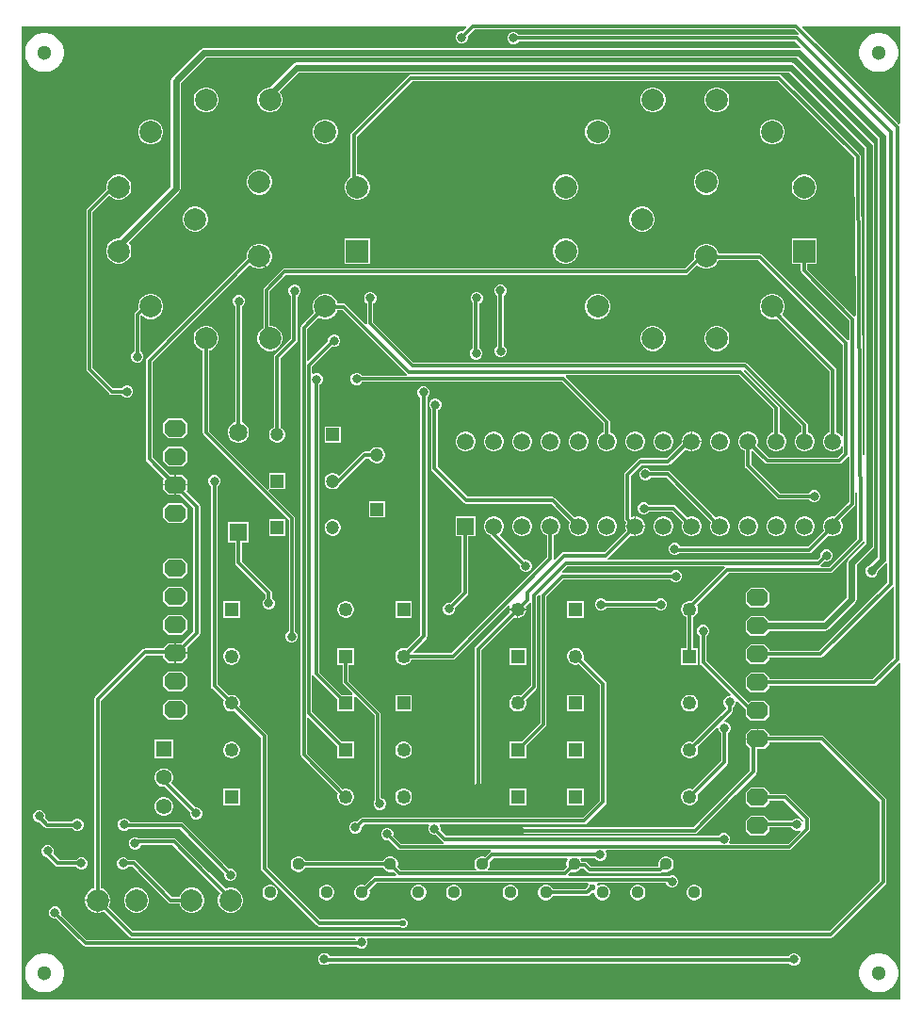
<source format=gtl>
G04*
G04 #@! TF.GenerationSoftware,Altium Limited,Altium Designer,23.3.1 (30)*
G04*
G04 Layer_Physical_Order=1*
G04 Layer_Color=255*
%FSLAX44Y44*%
%MOMM*%
G71*
G04*
G04 #@! TF.SameCoordinates,649CD447-C1A0-469D-A239-E437E7B1C979*
G04*
G04*
G04 #@! TF.FilePolarity,Positive*
G04*
G01*
G75*
%ADD12C,0.6000*%
%ADD17R,1.2000X1.2000*%
%ADD23C,1.2000*%
%ADD31C,1.2500*%
%ADD32R,1.2500X1.2500*%
%ADD33C,0.3500*%
%ADD34C,0.3000*%
G04:AMPARAMS|DCode=35|XSize=1.905mm|YSize=1.524mm|CornerRadius=0mm|HoleSize=0mm|Usage=FLASHONLY|Rotation=180.000|XOffset=0mm|YOffset=0mm|HoleType=Round|Shape=Octagon|*
%AMOCTAGOND35*
4,1,8,-0.9525,0.3810,-0.9525,-0.3810,-0.5715,-0.7620,0.5715,-0.7620,0.9525,-0.3810,0.9525,0.3810,0.5715,0.7620,-0.5715,0.7620,-0.9525,0.3810,0.0*
%
%ADD35OCTAGOND35*%

%ADD36C,2.0000*%
%ADD37C,1.1200*%
%ADD38C,1.3000*%
%ADD39R,1.2000X1.2000*%
%ADD40C,1.6500*%
%ADD41R,1.6500X1.6500*%
%ADD42C,1.5000*%
%ADD43R,1.5000X1.5000*%
%ADD44R,1.4000X1.4000*%
%ADD45C,1.4000*%
%ADD46R,2.0000X2.0000*%
%ADD47C,0.8000*%
%ADD48C,0.6000*%
G36*
X406722Y880827D02*
X403380Y877485D01*
X403344Y877500D01*
X401156D01*
X399134Y876663D01*
X397587Y875116D01*
X396750Y873094D01*
Y870906D01*
X397587Y868885D01*
X399134Y867337D01*
X401156Y866500D01*
X403344D01*
X405365Y867337D01*
X406913Y868885D01*
X407750Y870906D01*
Y873094D01*
X407735Y873130D01*
X413665Y879061D01*
X701585D01*
X705468Y875178D01*
X704658Y874191D01*
X704428Y874345D01*
X703250Y874579D01*
X453428D01*
X453413Y874615D01*
X451866Y876163D01*
X449844Y877000D01*
X447656D01*
X445634Y876163D01*
X444087Y874615D01*
X443250Y872594D01*
Y870406D01*
X444087Y868384D01*
X445634Y866837D01*
X447656Y866000D01*
X449844D01*
X451866Y866837D01*
X453413Y868384D01*
X453428Y868421D01*
X701975D01*
X707119Y863277D01*
X706493Y862106D01*
X705250Y862354D01*
X170500D01*
X168834Y862022D01*
X167421Y861078D01*
X142171Y835828D01*
X141228Y834416D01*
X140896Y832750D01*
Y738063D01*
X94032Y691199D01*
X92549D01*
X89682Y690431D01*
X87112Y688947D01*
X85014Y686849D01*
X83530Y684279D01*
X82762Y681413D01*
Y678445D01*
X83530Y675579D01*
X85014Y673009D01*
X87112Y670911D01*
X89682Y669427D01*
X92549Y668659D01*
X95516D01*
X98382Y669427D01*
X100952Y670911D01*
X103050Y673009D01*
X104534Y675579D01*
X105302Y678445D01*
Y681413D01*
X104534Y684279D01*
X103050Y686849D01*
X102523Y687376D01*
X148329Y733182D01*
X149272Y734594D01*
X149604Y736260D01*
Y830947D01*
X172303Y853646D01*
X703447D01*
X776146Y780947D01*
Y404640D01*
X769047Y397541D01*
X768135Y397163D01*
X766587Y395616D01*
X765750Y393594D01*
Y391406D01*
X766587Y389384D01*
X768135Y387837D01*
X770156Y387000D01*
X772344D01*
X774365Y387837D01*
X775913Y389384D01*
X776750Y391406D01*
Y392930D01*
X783578Y399758D01*
X783651Y399867D01*
X784921Y399481D01*
Y382275D01*
X723475Y320829D01*
X679045D01*
Y322195D01*
X674600Y326640D01*
X661900D01*
X657455Y322195D01*
Y313305D01*
X661900Y308860D01*
X674600D01*
X679045Y313305D01*
Y314671D01*
X724750D01*
X725928Y314905D01*
X726927Y315573D01*
X789691Y378336D01*
X790961Y377810D01*
Y314315D01*
X772075Y295429D01*
X679045D01*
Y296795D01*
X674600Y301240D01*
X661900D01*
X657455Y296795D01*
Y287905D01*
X661900Y283460D01*
X674600D01*
X679045Y287905D01*
Y289271D01*
X773350D01*
X774528Y289505D01*
X775527Y290173D01*
X795230Y309875D01*
X796500Y309349D01*
Y7250D01*
X7000D01*
Y882000D01*
X406236D01*
X406722Y880827D01*
D02*
G37*
G36*
X796500Y794651D02*
X795230Y794125D01*
X708528Y880827D01*
X709014Y882000D01*
X796500D01*
Y794651D01*
D02*
G37*
%LPC*%
G36*
X28974Y876000D02*
X25526D01*
X22145Y875328D01*
X18961Y874008D01*
X16094Y872093D01*
X13657Y869656D01*
X11742Y866789D01*
X10423Y863605D01*
X9750Y860224D01*
Y856776D01*
X10423Y853395D01*
X11742Y850211D01*
X13657Y847344D01*
X16094Y844907D01*
X18961Y842992D01*
X22145Y841673D01*
X25526Y841000D01*
X28974D01*
X32355Y841673D01*
X35539Y842992D01*
X38406Y844907D01*
X40843Y847344D01*
X42758Y850211D01*
X44078Y853395D01*
X44750Y856776D01*
Y860224D01*
X44078Y863605D01*
X42758Y866789D01*
X40843Y869656D01*
X38406Y872093D01*
X35539Y874008D01*
X32355Y875328D01*
X28974Y876000D01*
D02*
G37*
G36*
X633213Y827146D02*
X630245D01*
X627379Y826378D01*
X624809Y824894D01*
X622711Y822796D01*
X621227Y820226D01*
X620459Y817359D01*
Y814392D01*
X621227Y811526D01*
X622711Y808956D01*
X624809Y806858D01*
X627379Y805374D01*
X630245Y804606D01*
X633213D01*
X636079Y805374D01*
X638649Y806858D01*
X640747Y808956D01*
X642231Y811526D01*
X642999Y814392D01*
Y817359D01*
X642231Y820226D01*
X640747Y822796D01*
X638649Y824894D01*
X636079Y826378D01*
X633213Y827146D01*
D02*
G37*
G36*
X575755D02*
X572787D01*
X569921Y826378D01*
X567351Y824894D01*
X565253Y822796D01*
X563769Y820226D01*
X563001Y817359D01*
Y814392D01*
X563769Y811526D01*
X565253Y808956D01*
X567351Y806858D01*
X569921Y805374D01*
X572787Y804606D01*
X575755D01*
X578621Y805374D01*
X581191Y806858D01*
X583289Y808956D01*
X584773Y811526D01*
X585541Y814392D01*
Y817359D01*
X584773Y820226D01*
X583289Y822796D01*
X581191Y824894D01*
X578621Y826378D01*
X575755Y827146D01*
D02*
G37*
G36*
X174005D02*
X171037D01*
X168171Y826378D01*
X165601Y824894D01*
X163503Y822796D01*
X162019Y820226D01*
X161251Y817359D01*
Y814392D01*
X162019Y811526D01*
X163503Y808956D01*
X165601Y806858D01*
X168171Y805374D01*
X171037Y804606D01*
X174005D01*
X176871Y805374D01*
X179441Y806858D01*
X181539Y808956D01*
X183023Y811526D01*
X183791Y814392D01*
Y817359D01*
X183023Y820226D01*
X181539Y822796D01*
X179441Y824894D01*
X176871Y826378D01*
X174005Y827146D01*
D02*
G37*
G36*
X525995Y798417D02*
X523027D01*
X520161Y797649D01*
X517591Y796165D01*
X515493Y794067D01*
X514009Y791497D01*
X513241Y788631D01*
Y785663D01*
X514009Y782797D01*
X515493Y780227D01*
X517591Y778129D01*
X520161Y776645D01*
X523027Y775877D01*
X525995D01*
X528861Y776645D01*
X531431Y778129D01*
X533529Y780227D01*
X535013Y782797D01*
X535781Y785663D01*
Y788631D01*
X535013Y791497D01*
X533529Y794067D01*
X531431Y796165D01*
X528861Y797649D01*
X525995Y798417D01*
D02*
G37*
G36*
X124245D02*
X121277D01*
X118411Y797649D01*
X115841Y796165D01*
X113743Y794067D01*
X112259Y791497D01*
X111491Y788631D01*
Y785663D01*
X112259Y782797D01*
X113743Y780227D01*
X115841Y778129D01*
X118411Y776645D01*
X121277Y775877D01*
X124245D01*
X127111Y776645D01*
X129681Y778129D01*
X131779Y780227D01*
X133263Y782797D01*
X134031Y785663D01*
Y788631D01*
X133263Y791497D01*
X131779Y794067D01*
X129681Y796165D01*
X127111Y797649D01*
X124245Y798417D01*
D02*
G37*
G36*
X682973Y798417D02*
X680005D01*
X677139Y797649D01*
X674569Y796165D01*
X672471Y794067D01*
X670987Y791497D01*
X670219Y788631D01*
Y785663D01*
X670987Y782797D01*
X672471Y780227D01*
X674569Y778129D01*
X677139Y776645D01*
X680005Y775877D01*
X682973D01*
X685839Y776645D01*
X688409Y778129D01*
X690507Y780227D01*
X691991Y782797D01*
X692759Y785663D01*
Y788631D01*
X691991Y791497D01*
X690507Y794067D01*
X688409Y796165D01*
X685839Y797649D01*
X682973Y798417D01*
D02*
G37*
G36*
X281223D02*
X278255D01*
X275389Y797649D01*
X272819Y796165D01*
X270721Y794067D01*
X269237Y791497D01*
X268469Y788631D01*
Y785663D01*
X269237Y782797D01*
X270721Y780227D01*
X272819Y778129D01*
X275389Y776645D01*
X278255Y775877D01*
X281223D01*
X284089Y776645D01*
X286659Y778129D01*
X288757Y780227D01*
X290241Y782797D01*
X291009Y785663D01*
Y788631D01*
X290241Y791497D01*
X288757Y794067D01*
X286659Y796165D01*
X284089Y797649D01*
X281223Y798417D01*
D02*
G37*
G36*
X623734Y753270D02*
X620766D01*
X617900Y752502D01*
X615330Y751018D01*
X613232Y748920D01*
X611748Y746350D01*
X610980Y743484D01*
Y740516D01*
X611748Y737650D01*
X613232Y735080D01*
X615330Y732982D01*
X617900Y731498D01*
X620766Y730730D01*
X623734D01*
X626600Y731498D01*
X629170Y732982D01*
X631268Y735080D01*
X632752Y737650D01*
X633520Y740516D01*
Y743484D01*
X632752Y746350D01*
X631268Y748920D01*
X629170Y751018D01*
X626600Y752502D01*
X623734Y753270D01*
D02*
G37*
G36*
X221984D02*
X219016D01*
X216150Y752502D01*
X213580Y751018D01*
X211482Y748920D01*
X209998Y746350D01*
X209230Y743484D01*
Y740516D01*
X209998Y737650D01*
X211482Y735080D01*
X213580Y732982D01*
X216150Y731498D01*
X219016Y730730D01*
X221984D01*
X224850Y731498D01*
X227420Y732982D01*
X229518Y735080D01*
X231002Y737650D01*
X231770Y740516D01*
Y743484D01*
X231002Y746350D01*
X229518Y748920D01*
X227420Y751018D01*
X224850Y752502D01*
X221984Y753270D01*
D02*
G37*
G36*
X497266Y748657D02*
X494299D01*
X491432Y747889D01*
X488862Y746405D01*
X486764Y744307D01*
X485280Y741737D01*
X484512Y738871D01*
Y735903D01*
X485280Y733037D01*
X486764Y730467D01*
X488862Y728369D01*
X491432Y726885D01*
X494299Y726117D01*
X497266D01*
X500132Y726885D01*
X502702Y728369D01*
X504800Y730467D01*
X506284Y733037D01*
X507052Y735903D01*
Y738871D01*
X506284Y741737D01*
X504800Y744307D01*
X502702Y746405D01*
X500132Y747889D01*
X497266Y748657D01*
D02*
G37*
G36*
X95516D02*
X92549D01*
X89682Y747889D01*
X87112Y746405D01*
X85014Y744307D01*
X83530Y741737D01*
X82762Y738871D01*
Y735903D01*
X82906Y735368D01*
X65785Y718247D01*
X65173Y717331D01*
X64958Y716250D01*
X64958Y716250D01*
Y573718D01*
X64958Y573718D01*
X65173Y572637D01*
X65785Y571721D01*
X85753Y551753D01*
X85753Y551753D01*
X86669Y551141D01*
X87750Y550926D01*
X96717D01*
X96837Y550634D01*
X98385Y549087D01*
X100406Y548250D01*
X102594D01*
X104615Y549087D01*
X106163Y550634D01*
X107000Y552656D01*
Y554844D01*
X106163Y556866D01*
X104615Y558413D01*
X102594Y559250D01*
X100406D01*
X98385Y558413D01*
X96837Y556866D01*
X96717Y556574D01*
X88920D01*
X70606Y574888D01*
Y715080D01*
X85504Y729977D01*
X87112Y728369D01*
X89682Y726885D01*
X92549Y726117D01*
X95516D01*
X98382Y726885D01*
X100952Y728369D01*
X103050Y730467D01*
X104534Y733037D01*
X105302Y735903D01*
Y738871D01*
X104534Y741737D01*
X103050Y744307D01*
X100952Y746405D01*
X98382Y747889D01*
X95516Y748657D01*
D02*
G37*
G36*
X711702Y748657D02*
X708734D01*
X705868Y747889D01*
X703298Y746405D01*
X701199Y744307D01*
X699716Y741737D01*
X698948Y738871D01*
Y735903D01*
X699716Y733037D01*
X701199Y730467D01*
X703298Y728369D01*
X705868Y726885D01*
X708734Y726117D01*
X711702D01*
X714568Y726885D01*
X717138Y728369D01*
X719236Y730467D01*
X720720Y733037D01*
X721488Y735903D01*
Y738871D01*
X720720Y741737D01*
X719236Y744307D01*
X717138Y746405D01*
X714568Y747889D01*
X711702Y748657D01*
D02*
G37*
G36*
X565984Y719928D02*
X563016D01*
X560150Y719160D01*
X557580Y717676D01*
X555482Y715578D01*
X553998Y713008D01*
X553230Y710142D01*
Y707174D01*
X553998Y704308D01*
X555482Y701738D01*
X557580Y699640D01*
X560150Y698156D01*
X563016Y697388D01*
X565984D01*
X568850Y698156D01*
X571420Y699640D01*
X573518Y701738D01*
X575002Y704308D01*
X575770Y707174D01*
Y710142D01*
X575002Y713008D01*
X573518Y715578D01*
X571420Y717676D01*
X568850Y719160D01*
X565984Y719928D01*
D02*
G37*
G36*
X164234D02*
X161266D01*
X158400Y719160D01*
X155830Y717676D01*
X153732Y715578D01*
X152248Y713008D01*
X151480Y710142D01*
Y707174D01*
X152248Y704308D01*
X153732Y701738D01*
X155830Y699640D01*
X158400Y698156D01*
X161266Y697388D01*
X164234D01*
X167100Y698156D01*
X169670Y699640D01*
X171768Y701738D01*
X173252Y704308D01*
X174020Y707174D01*
Y710142D01*
X173252Y713008D01*
X171768Y715578D01*
X169670Y717676D01*
X167100Y719160D01*
X164234Y719928D01*
D02*
G37*
G36*
X221984Y686586D02*
X219016D01*
X216150Y685818D01*
X215415Y685394D01*
X220732Y676183D01*
X229943Y681501D01*
X229518Y682236D01*
X227420Y684334D01*
X224850Y685818D01*
X221984Y686586D01*
D02*
G37*
G36*
X497266Y691199D02*
X494299D01*
X491432Y690431D01*
X488862Y688947D01*
X486764Y686849D01*
X485280Y684279D01*
X484512Y681413D01*
Y678445D01*
X485280Y675579D01*
X486764Y673009D01*
X488862Y670911D01*
X491432Y669427D01*
X494299Y668659D01*
X497266D01*
X500132Y669427D01*
X502702Y670911D01*
X504800Y673009D01*
X506284Y675579D01*
X507052Y678445D01*
Y681413D01*
X506284Y684279D01*
X504800Y686849D01*
X502702Y688947D01*
X500132Y690431D01*
X497266Y691199D01*
D02*
G37*
G36*
X319738Y691199D02*
X297198D01*
Y668659D01*
X319738D01*
Y691199D01*
D02*
G37*
G36*
X230578Y680401D02*
X221367Y675084D01*
X226685Y665873D01*
X227420Y666298D01*
X229518Y668396D01*
X231002Y670966D01*
X231770Y673832D01*
Y676800D01*
X231002Y679666D01*
X230578Y680401D01*
D02*
G37*
G36*
X214315Y684759D02*
X213580Y684334D01*
X211482Y682236D01*
X209998Y679666D01*
X209230Y676800D01*
Y673832D01*
X209297Y673581D01*
X119323Y583606D01*
X118655Y582607D01*
X118421Y581429D01*
Y493200D01*
X118655Y492022D01*
X119323Y491023D01*
X134953Y475393D01*
X133955Y474395D01*
Y470585D01*
X144115D01*
Y478840D01*
X140215D01*
X124579Y494476D01*
Y580154D01*
X212152Y667726D01*
X213580Y666298D01*
X216150Y664814D01*
X219016Y664046D01*
X221984D01*
X224850Y664814D01*
X225585Y665238D01*
X219950Y674998D01*
X214315Y684759D01*
D02*
G37*
G36*
X525995Y641439D02*
X523027D01*
X520161Y640671D01*
X517591Y639187D01*
X515493Y637089D01*
X514009Y634519D01*
X513241Y631653D01*
Y628685D01*
X514009Y625819D01*
X515493Y623249D01*
X517591Y621151D01*
X520161Y619667D01*
X523027Y618899D01*
X525995D01*
X528861Y619667D01*
X531431Y621151D01*
X533529Y623249D01*
X535013Y625819D01*
X535781Y628685D01*
Y631653D01*
X535013Y634519D01*
X533529Y637089D01*
X531431Y639187D01*
X528861Y640671D01*
X525995Y641439D01*
D02*
G37*
G36*
X124245D02*
X121277D01*
X118411Y640671D01*
X115841Y639187D01*
X113743Y637089D01*
X112259Y634519D01*
X111491Y631653D01*
Y628685D01*
X111635Y628150D01*
X108753Y625268D01*
X108141Y624352D01*
X107926Y623271D01*
X107926Y623271D01*
Y589783D01*
X107634Y589663D01*
X106087Y588116D01*
X105250Y586094D01*
Y583906D01*
X106087Y581884D01*
X107634Y580337D01*
X109656Y579500D01*
X111844D01*
X113865Y580337D01*
X115413Y581884D01*
X116250Y583906D01*
Y586094D01*
X115413Y588116D01*
X113865Y589663D01*
X113574Y589783D01*
Y621622D01*
X114811Y622181D01*
X115841Y621151D01*
X118411Y619667D01*
X121277Y618899D01*
X124245D01*
X127111Y619667D01*
X129681Y621151D01*
X131779Y623249D01*
X133263Y625819D01*
X134031Y628685D01*
Y631653D01*
X133263Y634519D01*
X131779Y637089D01*
X129681Y639187D01*
X127111Y640671D01*
X124245Y641439D01*
D02*
G37*
G36*
X321094Y643250D02*
X318906D01*
X316884Y642413D01*
X315337Y640865D01*
X314500Y638844D01*
Y636656D01*
X315337Y634635D01*
X316884Y633087D01*
X317176Y632967D01*
Y615250D01*
X317176Y615250D01*
X317271Y614769D01*
X316101Y614143D01*
X298215Y632029D01*
X297299Y632641D01*
X296218Y632856D01*
X296218Y632856D01*
X290686D01*
X290241Y634519D01*
X288757Y637089D01*
X286659Y639187D01*
X284089Y640671D01*
X281223Y641439D01*
X278255D01*
X275389Y640671D01*
X272819Y639187D01*
X270721Y637089D01*
X269237Y634519D01*
X268469Y631653D01*
Y628685D01*
X269237Y625819D01*
X269839Y624776D01*
X258403Y613340D01*
X257791Y612424D01*
X257576Y611343D01*
X257576Y611343D01*
Y577682D01*
Y402398D01*
Y227115D01*
X257576Y227115D01*
X257791Y226034D01*
X258403Y225118D01*
X291078Y192443D01*
X291038Y192373D01*
X290525Y190460D01*
Y188480D01*
X291038Y186567D01*
X292027Y184853D01*
X293428Y183452D01*
X295142Y182463D01*
X297055Y181950D01*
X299035D01*
X300948Y182463D01*
X302662Y183452D01*
X304062Y184853D01*
X305053Y186567D01*
X305565Y188480D01*
Y190460D01*
X305053Y192373D01*
X304062Y194087D01*
X302662Y195487D01*
X300948Y196478D01*
X299035Y196990D01*
X297055D01*
X295142Y196478D01*
X295072Y196437D01*
X263224Y228285D01*
Y260747D01*
X264398Y261233D01*
X290525Y235106D01*
Y224060D01*
X305565D01*
Y239100D01*
X294519D01*
X267824Y265795D01*
Y299013D01*
X269094Y299138D01*
X269141Y298904D01*
X269753Y297988D01*
X290525Y277216D01*
Y266170D01*
X305565D01*
Y279380D01*
X306738Y279867D01*
X323926Y262679D01*
Y186512D01*
X323870Y186457D01*
X323033Y184435D01*
Y182247D01*
X323870Y180226D01*
X325418Y178679D01*
X327439Y177841D01*
X329627D01*
X331648Y178679D01*
X333196Y180226D01*
X334033Y182247D01*
Y184435D01*
X333196Y186457D01*
X331648Y188004D01*
X329627Y188841D01*
X329574D01*
Y263849D01*
X329574Y263849D01*
X329359Y264930D01*
X328747Y265846D01*
X300869Y293724D01*
Y308280D01*
X305565D01*
Y323320D01*
X290525D01*
Y308280D01*
X295221D01*
Y292554D01*
X295221Y292554D01*
X295436Y291473D01*
X296048Y290557D01*
X304221Y282383D01*
X303735Y281210D01*
X294519D01*
X274574Y301155D01*
Y559863D01*
X275116Y560087D01*
X276663Y561634D01*
X277500Y563656D01*
Y565844D01*
X276663Y567865D01*
X275116Y569413D01*
X273094Y570250D01*
X270906D01*
X269094Y569500D01*
X267824Y570012D01*
Y576330D01*
X285658Y594164D01*
X286656Y593750D01*
X288844D01*
X290865Y594587D01*
X292413Y596134D01*
X293250Y598156D01*
Y600344D01*
X292413Y602365D01*
X290865Y603913D01*
X288844Y604750D01*
X286656D01*
X284634Y603913D01*
X283087Y602365D01*
X282250Y600344D01*
Y598744D01*
X264398Y580892D01*
X263224Y581378D01*
Y610173D01*
X273696Y620645D01*
X275389Y619667D01*
X278255Y618899D01*
X281223D01*
X284089Y619667D01*
X286659Y621151D01*
X288757Y623249D01*
X290241Y625819D01*
X290613Y627208D01*
X295048D01*
X352912Y569344D01*
X352872Y568958D01*
X352481Y568074D01*
X312783D01*
X312663Y568366D01*
X311115Y569913D01*
X309094Y570750D01*
X306906D01*
X304884Y569913D01*
X303337Y568366D01*
X302500Y566344D01*
Y564156D01*
X303337Y562135D01*
X304884Y560587D01*
X306906Y559750D01*
X309094D01*
X311115Y560587D01*
X312663Y562135D01*
X312783Y562426D01*
X492580D01*
X530076Y524930D01*
Y517173D01*
X529515Y517022D01*
X527515Y515868D01*
X525882Y514235D01*
X524728Y512235D01*
X524130Y510005D01*
Y507695D01*
X524728Y505465D01*
X525882Y503465D01*
X527515Y501832D01*
X529515Y500678D01*
X531745Y500080D01*
X534055D01*
X536285Y500678D01*
X538285Y501832D01*
X539918Y503465D01*
X541072Y505465D01*
X541670Y507695D01*
Y510005D01*
X541072Y512235D01*
X539918Y514235D01*
X538285Y515868D01*
X536285Y517022D01*
X535724Y517173D01*
Y526100D01*
X535724Y526100D01*
X535509Y527181D01*
X534897Y528097D01*
X534897Y528097D01*
X495838Y567156D01*
X495878Y567542D01*
X496269Y568426D01*
X651830D01*
X682476Y537780D01*
Y517173D01*
X681915Y517022D01*
X679915Y515868D01*
X678282Y514235D01*
X677128Y512235D01*
X676530Y510005D01*
Y507695D01*
X677128Y505465D01*
X678282Y503465D01*
X679915Y501832D01*
X681915Y500678D01*
X684145Y500080D01*
X686455D01*
X688685Y500678D01*
X690685Y501832D01*
X692318Y503465D01*
X693472Y505465D01*
X694070Y507695D01*
Y510005D01*
X693472Y512235D01*
X692318Y514235D01*
X690685Y515868D01*
X688685Y517022D01*
X688124Y517173D01*
Y538950D01*
X688124Y538950D01*
X687909Y540031D01*
X687297Y540947D01*
X655904Y572340D01*
X656380Y573660D01*
X656577Y573679D01*
X707876Y522380D01*
Y517173D01*
X707315Y517022D01*
X705315Y515868D01*
X703682Y514235D01*
X702528Y512235D01*
X701930Y510005D01*
Y507695D01*
X702528Y505465D01*
X703682Y503465D01*
X705315Y501832D01*
X707315Y500678D01*
X709545Y500080D01*
X711855D01*
X714085Y500678D01*
X716085Y501832D01*
X717718Y503465D01*
X718872Y505465D01*
X719470Y507695D01*
Y510005D01*
X718872Y512235D01*
X717718Y514235D01*
X716085Y515868D01*
X714085Y517022D01*
X713524Y517173D01*
Y523550D01*
X713309Y524631D01*
X712697Y525547D01*
X712697Y525547D01*
X658997Y579247D01*
X658081Y579859D01*
X657000Y580074D01*
X657000Y580074D01*
X359170D01*
X322824Y616420D01*
Y632967D01*
X323116Y633087D01*
X324663Y634635D01*
X325500Y636656D01*
Y638844D01*
X324663Y640865D01*
X323116Y642413D01*
X321094Y643250D01*
D02*
G37*
G36*
X633213Y612710D02*
X630245D01*
X627379Y611942D01*
X624809Y610458D01*
X622711Y608360D01*
X621227Y605790D01*
X620459Y602924D01*
Y599957D01*
X621227Y597090D01*
X622711Y594520D01*
X624809Y592422D01*
X627379Y590938D01*
X630245Y590170D01*
X633213D01*
X636079Y590938D01*
X638649Y592422D01*
X640747Y594520D01*
X642231Y597090D01*
X642999Y599957D01*
Y602924D01*
X642231Y605790D01*
X640747Y608360D01*
X638649Y610458D01*
X636079Y611942D01*
X633213Y612710D01*
D02*
G37*
G36*
X575755D02*
X572787D01*
X569921Y611942D01*
X567351Y610458D01*
X565253Y608360D01*
X563769Y605790D01*
X563001Y602924D01*
Y599957D01*
X563769Y597090D01*
X565253Y594520D01*
X567351Y592422D01*
X569921Y590938D01*
X572787Y590170D01*
X575755D01*
X578621Y590938D01*
X581191Y592422D01*
X583289Y594520D01*
X584773Y597090D01*
X585541Y599957D01*
Y602924D01*
X584773Y605790D01*
X583289Y608360D01*
X581191Y610458D01*
X578621Y611942D01*
X575755Y612710D01*
D02*
G37*
G36*
X438344Y650000D02*
X436156D01*
X434134Y649163D01*
X432587Y647616D01*
X431750Y645594D01*
Y643406D01*
X432587Y641385D01*
X434134Y639837D01*
X434171Y639822D01*
Y594699D01*
X432837Y593366D01*
X432000Y591344D01*
Y589156D01*
X432837Y587135D01*
X434384Y585587D01*
X436406Y584750D01*
X438594D01*
X440616Y585587D01*
X442163Y587135D01*
X443000Y589156D01*
Y591344D01*
X442163Y593366D01*
X440616Y594913D01*
X440329Y595031D01*
Y639822D01*
X440365Y639837D01*
X441913Y641385D01*
X442750Y643406D01*
Y645594D01*
X441913Y647616D01*
X440365Y649163D01*
X438344Y650000D01*
D02*
G37*
G36*
X416844Y643250D02*
X414656D01*
X412635Y642413D01*
X411087Y640865D01*
X410250Y638844D01*
Y636656D01*
X411087Y634635D01*
X411996Y633726D01*
Y592624D01*
X410587Y591216D01*
X409750Y589194D01*
Y587006D01*
X410587Y584985D01*
X412135Y583437D01*
X414156Y582600D01*
X416344D01*
X418366Y583437D01*
X419913Y584985D01*
X420750Y587006D01*
Y589194D01*
X419913Y591216D01*
X418366Y592763D01*
X418154Y592850D01*
Y632793D01*
X418866Y633087D01*
X420413Y634635D01*
X421250Y636656D01*
Y638844D01*
X420413Y640865D01*
X418866Y642413D01*
X416844Y643250D01*
D02*
G37*
G36*
X151100Y529640D02*
X138400D01*
X133955Y525195D01*
Y516305D01*
X138400Y511860D01*
X151100D01*
X155545Y516305D01*
Y525195D01*
X151100Y529640D01*
D02*
G37*
G36*
X610255Y517620D02*
X609735D01*
Y509485D01*
X617870D01*
Y510005D01*
X617272Y512235D01*
X616118Y514235D01*
X614485Y515868D01*
X612485Y517022D01*
X610255Y517620D01*
D02*
G37*
G36*
X608465D02*
X607945D01*
X605715Y517022D01*
X603715Y515868D01*
X602082Y514235D01*
X600928Y512235D01*
X600330Y510005D01*
Y509485D01*
X608465D01*
Y517620D01*
D02*
G37*
G36*
X293620Y522240D02*
X279080D01*
Y507700D01*
X293620D01*
Y522240D01*
D02*
G37*
G36*
X253344Y649750D02*
X251156D01*
X249135Y648913D01*
X247587Y647365D01*
X246750Y645344D01*
Y643156D01*
X247587Y641134D01*
X248671Y640051D01*
Y601525D01*
X234173Y587027D01*
X233505Y586028D01*
X233271Y584850D01*
Y521587D01*
X231886Y520787D01*
X230533Y519434D01*
X229575Y517776D01*
X229080Y515927D01*
Y514013D01*
X229575Y512164D01*
X230533Y510506D01*
X231886Y509153D01*
X233544Y508195D01*
X235393Y507700D01*
X237307D01*
X239156Y508195D01*
X240814Y509153D01*
X242167Y510506D01*
X243125Y512164D01*
X243620Y514013D01*
Y515927D01*
X243125Y517776D01*
X242167Y519434D01*
X240814Y520787D01*
X239429Y521587D01*
Y583575D01*
X253927Y598073D01*
X254595Y599072D01*
X254829Y600250D01*
Y639365D01*
X255366Y639587D01*
X256913Y641134D01*
X257750Y643156D01*
Y645344D01*
X256913Y647365D01*
X255366Y648913D01*
X253344Y649750D01*
D02*
G37*
G36*
X203094Y640500D02*
X200906D01*
X198885Y639663D01*
X197337Y638116D01*
X196500Y636094D01*
Y633906D01*
X197337Y631884D01*
X198836Y630386D01*
Y526309D01*
X197985Y526081D01*
X195815Y524828D01*
X194042Y523055D01*
X192789Y520885D01*
X192140Y518463D01*
Y515957D01*
X192789Y513535D01*
X194042Y511365D01*
X195815Y509592D01*
X197985Y508339D01*
X200407Y507690D01*
X202913D01*
X205335Y508339D01*
X207505Y509592D01*
X209278Y511365D01*
X210531Y513535D01*
X211180Y515957D01*
Y518463D01*
X210531Y520885D01*
X209278Y523055D01*
X207505Y524828D01*
X205335Y526081D01*
X204484Y526309D01*
Y630076D01*
X205116Y630337D01*
X206663Y631884D01*
X207500Y633906D01*
Y636094D01*
X206663Y638116D01*
X205116Y639663D01*
X203094Y640500D01*
D02*
G37*
G36*
X635655Y517620D02*
X633345D01*
X631115Y517022D01*
X629115Y515868D01*
X627482Y514235D01*
X626328Y512235D01*
X625730Y510005D01*
Y507695D01*
X626328Y505465D01*
X627482Y503465D01*
X629115Y501832D01*
X631115Y500678D01*
X633345Y500080D01*
X635655D01*
X637885Y500678D01*
X639885Y501832D01*
X641518Y503465D01*
X642672Y505465D01*
X643270Y507695D01*
Y510005D01*
X642672Y512235D01*
X641518Y514235D01*
X639885Y515868D01*
X637885Y517022D01*
X635655Y517620D01*
D02*
G37*
G36*
X617870Y508215D02*
X609735D01*
Y500080D01*
X610255D01*
X612485Y500678D01*
X614485Y501832D01*
X616118Y503465D01*
X617272Y505465D01*
X617870Y507695D01*
Y508215D01*
D02*
G37*
G36*
X608465D02*
X600330D01*
Y507695D01*
X600332Y507687D01*
X586474Y493829D01*
X563052D01*
X561874Y493595D01*
X560875Y492927D01*
X549263Y481315D01*
X548595Y480316D01*
X548361Y479138D01*
Y439510D01*
X548595Y438332D01*
X549263Y437333D01*
X550286Y436309D01*
X550128Y436035D01*
X549530Y433805D01*
Y433285D01*
X557665D01*
Y441420D01*
X557145D01*
X555789Y441057D01*
X554519Y441998D01*
Y477862D01*
X564328Y487671D01*
X587750D01*
X588928Y487905D01*
X589927Y488573D01*
X603451Y502096D01*
X603715Y501832D01*
X605715Y500678D01*
X607945Y500080D01*
X608465D01*
Y508215D01*
D02*
G37*
G36*
X584855Y517620D02*
X582545D01*
X580315Y517022D01*
X578315Y515868D01*
X576682Y514235D01*
X575528Y512235D01*
X574930Y510005D01*
Y507695D01*
X575528Y505465D01*
X576682Y503465D01*
X578315Y501832D01*
X580315Y500678D01*
X582545Y500080D01*
X584855D01*
X587085Y500678D01*
X589085Y501832D01*
X590718Y503465D01*
X591872Y505465D01*
X592470Y507695D01*
Y510005D01*
X591872Y512235D01*
X590718Y514235D01*
X589085Y515868D01*
X587085Y517022D01*
X584855Y517620D01*
D02*
G37*
G36*
X559455D02*
X557145D01*
X554915Y517022D01*
X552915Y515868D01*
X551282Y514235D01*
X550128Y512235D01*
X549530Y510005D01*
Y507695D01*
X550128Y505465D01*
X551282Y503465D01*
X552915Y501832D01*
X554915Y500678D01*
X557145Y500080D01*
X559455D01*
X561685Y500678D01*
X563685Y501832D01*
X565318Y503465D01*
X566472Y505465D01*
X567070Y507695D01*
Y510005D01*
X566472Y512235D01*
X565318Y514235D01*
X563685Y515868D01*
X561685Y517022D01*
X559455Y517620D01*
D02*
G37*
G36*
X508655D02*
X506345D01*
X504115Y517022D01*
X502115Y515868D01*
X500482Y514235D01*
X499328Y512235D01*
X498730Y510005D01*
Y507695D01*
X499328Y505465D01*
X500482Y503465D01*
X502115Y501832D01*
X504115Y500678D01*
X506345Y500080D01*
X508655D01*
X510885Y500678D01*
X512885Y501832D01*
X514518Y503465D01*
X515672Y505465D01*
X516270Y507695D01*
Y510005D01*
X515672Y512235D01*
X514518Y514235D01*
X512885Y515868D01*
X510885Y517022D01*
X508655Y517620D01*
D02*
G37*
G36*
X483255D02*
X480945D01*
X478715Y517022D01*
X476715Y515868D01*
X475082Y514235D01*
X473928Y512235D01*
X473330Y510005D01*
Y507695D01*
X473928Y505465D01*
X475082Y503465D01*
X476715Y501832D01*
X478715Y500678D01*
X480945Y500080D01*
X483255D01*
X485485Y500678D01*
X487485Y501832D01*
X489118Y503465D01*
X490272Y505465D01*
X490870Y507695D01*
Y510005D01*
X490272Y512235D01*
X489118Y514235D01*
X487485Y515868D01*
X485485Y517022D01*
X483255Y517620D01*
D02*
G37*
G36*
X457855D02*
X455545D01*
X453315Y517022D01*
X451315Y515868D01*
X449682Y514235D01*
X448528Y512235D01*
X447930Y510005D01*
Y507695D01*
X448528Y505465D01*
X449682Y503465D01*
X451315Y501832D01*
X453315Y500678D01*
X455545Y500080D01*
X457855D01*
X460085Y500678D01*
X462085Y501832D01*
X463718Y503465D01*
X464872Y505465D01*
X465470Y507695D01*
Y510005D01*
X464872Y512235D01*
X463718Y514235D01*
X462085Y515868D01*
X460085Y517022D01*
X457855Y517620D01*
D02*
G37*
G36*
X432455D02*
X430145D01*
X427915Y517022D01*
X425915Y515868D01*
X424282Y514235D01*
X423128Y512235D01*
X422530Y510005D01*
Y507695D01*
X423128Y505465D01*
X424282Y503465D01*
X425915Y501832D01*
X427915Y500678D01*
X430145Y500080D01*
X432455D01*
X434685Y500678D01*
X436685Y501832D01*
X438318Y503465D01*
X439472Y505465D01*
X440070Y507695D01*
Y510005D01*
X439472Y512235D01*
X438318Y514235D01*
X436685Y515868D01*
X434685Y517022D01*
X432455Y517620D01*
D02*
G37*
G36*
X407055D02*
X404745D01*
X402515Y517022D01*
X400515Y515868D01*
X398882Y514235D01*
X397728Y512235D01*
X397130Y510005D01*
Y507695D01*
X397728Y505465D01*
X398882Y503465D01*
X400515Y501832D01*
X402515Y500678D01*
X404745Y500080D01*
X407055D01*
X409285Y500678D01*
X411285Y501832D01*
X412918Y503465D01*
X414072Y505465D01*
X414670Y507695D01*
Y510005D01*
X414072Y512235D01*
X412918Y514235D01*
X411285Y515868D01*
X409285Y517022D01*
X407055Y517620D01*
D02*
G37*
G36*
X327077Y503880D02*
X325163D01*
X323314Y503385D01*
X321656Y502427D01*
X320303Y501074D01*
X319503Y499689D01*
X314860D01*
X313682Y499455D01*
X312683Y498787D01*
X291898Y478003D01*
X290814Y479087D01*
X289156Y480045D01*
X287307Y480540D01*
X285393D01*
X283544Y480045D01*
X281886Y479087D01*
X280533Y477734D01*
X279575Y476076D01*
X279080Y474227D01*
Y472313D01*
X279575Y470464D01*
X280533Y468806D01*
X281886Y467453D01*
X283544Y466495D01*
X285393Y466000D01*
X287307D01*
X289156Y466495D01*
X290814Y467453D01*
X292167Y468806D01*
X293125Y470464D01*
X293205Y470764D01*
X293697Y471093D01*
X316135Y493531D01*
X319503D01*
X320303Y492146D01*
X321656Y490793D01*
X323314Y489835D01*
X325163Y489340D01*
X327077D01*
X328926Y489835D01*
X330584Y490793D01*
X331937Y492146D01*
X332895Y493804D01*
X333390Y495653D01*
Y497567D01*
X332895Y499416D01*
X331937Y501074D01*
X330584Y502427D01*
X328926Y503385D01*
X327077Y503880D01*
D02*
G37*
G36*
X151100Y504240D02*
X138400D01*
X133955Y499795D01*
Y490905D01*
X138400Y486460D01*
X151100D01*
X155545Y490905D01*
Y499795D01*
X151100Y504240D01*
D02*
G37*
G36*
Y478840D02*
X145385D01*
Y470585D01*
X155545D01*
Y474395D01*
X151100Y478840D01*
D02*
G37*
G36*
X144115Y469315D02*
X133955D01*
Y465505D01*
X138400Y461060D01*
X144115D01*
Y469315D01*
D02*
G37*
G36*
X698750Y849354D02*
X253990D01*
X252324Y849022D01*
X250912Y848079D01*
X229979Y827146D01*
X228495D01*
X225629Y826378D01*
X223059Y824894D01*
X220961Y822796D01*
X219477Y820226D01*
X218709Y817359D01*
Y814392D01*
X219477Y811526D01*
X220961Y808956D01*
X223059Y806858D01*
X225629Y805374D01*
X228495Y804606D01*
X231463D01*
X234329Y805374D01*
X236899Y806858D01*
X238997Y808956D01*
X240481Y811526D01*
X241249Y814392D01*
Y817359D01*
X240481Y820226D01*
X238997Y822796D01*
X238470Y823323D01*
X255793Y840646D01*
X696947D01*
X764646Y772947D01*
Y443197D01*
X763376Y443192D01*
X761144Y765200D01*
X761035Y765725D01*
X760929Y766261D01*
X760923Y766270D01*
X760921Y766279D01*
X760619Y766725D01*
X760317Y767178D01*
X689747Y837747D01*
X688831Y838359D01*
X687750Y838574D01*
X687750Y838574D01*
X356750D01*
X355669Y838359D01*
X354753Y837747D01*
X354753Y837747D01*
X303218Y786212D01*
X302606Y785296D01*
X302391Y784215D01*
X302391Y784215D01*
Y752140D01*
Y746892D01*
X301548Y746405D01*
X299450Y744307D01*
X297966Y741737D01*
X297198Y738871D01*
Y735903D01*
X297966Y733037D01*
X299450Y730467D01*
X301548Y728369D01*
X304118Y726885D01*
X306984Y726117D01*
X309951D01*
X312818Y726885D01*
X315388Y728369D01*
X317486Y730467D01*
X318970Y733037D01*
X319738Y735903D01*
Y738871D01*
X318970Y741737D01*
X317486Y744307D01*
X315388Y746405D01*
X312818Y747889D01*
X309951Y748657D01*
X308039D01*
Y752140D01*
Y783045D01*
X357920Y832926D01*
X686580D01*
X755503Y764003D01*
X756490Y621745D01*
X756310Y621609D01*
X755223Y621271D01*
X712990Y663504D01*
Y668659D01*
X721488D01*
Y691199D01*
X698948D01*
Y668659D01*
X707341D01*
Y662335D01*
X707341Y662335D01*
X707556Y661254D01*
X708168Y660338D01*
X750676Y617830D01*
Y600071D01*
X749406Y599588D01*
X672247Y676747D01*
X671331Y677359D01*
X670250Y677574D01*
X670250Y677574D01*
X633312D01*
X632752Y679666D01*
X631268Y682236D01*
X629170Y684334D01*
X626600Y685818D01*
X623734Y686586D01*
X620766D01*
X617900Y685818D01*
X615330Y684334D01*
X613232Y682236D01*
X611748Y679666D01*
X610980Y676800D01*
Y673832D01*
X611289Y672681D01*
X602927Y664319D01*
X243258Y664332D01*
X242177Y664117D01*
X242177Y664117D01*
X242177Y664117D01*
X241809Y663871D01*
X241261Y663505D01*
X241261Y663505D01*
X224729Y646973D01*
X224117Y646057D01*
X223902Y644976D01*
X223902Y644976D01*
Y610945D01*
X223059Y610458D01*
X220961Y608360D01*
X219477Y605790D01*
X218709Y602924D01*
Y599957D01*
X219477Y597090D01*
X220961Y594520D01*
X223059Y592422D01*
X225629Y590938D01*
X228495Y590170D01*
X231463D01*
X234329Y590938D01*
X236899Y592422D01*
X238997Y594520D01*
X240481Y597090D01*
X241249Y599957D01*
Y602924D01*
X240481Y605790D01*
X238997Y608360D01*
X236899Y610458D01*
X234329Y611942D01*
X231463Y612710D01*
X229550D01*
Y643806D01*
X244427Y658683D01*
X604097Y658671D01*
X604097Y658671D01*
X604790Y658808D01*
X605178Y658885D01*
X605178Y658885D01*
X605178Y658885D01*
X606094Y659498D01*
X614112Y667516D01*
X615330Y666298D01*
X617900Y664814D01*
X620766Y664046D01*
X623734D01*
X626600Y664814D01*
X629170Y666298D01*
X631268Y668396D01*
X632752Y670966D01*
X633009Y671926D01*
X669080D01*
X744926Y596080D01*
Y513643D01*
X743656Y513303D01*
X743118Y514235D01*
X741485Y515868D01*
X739485Y517022D01*
X738924Y517173D01*
Y573075D01*
X738709Y574156D01*
X738097Y575072D01*
X738097Y575072D01*
X692332Y620837D01*
X692332Y620837D01*
X690213Y622955D01*
X690507Y623249D01*
X691991Y625819D01*
X692759Y628685D01*
Y631653D01*
X691991Y634519D01*
X690507Y637089D01*
X688409Y639187D01*
X685839Y640671D01*
X682973Y641439D01*
X680005D01*
X677139Y640671D01*
X674569Y639187D01*
X672471Y637089D01*
X670987Y634519D01*
X670219Y631653D01*
Y628685D01*
X670987Y625819D01*
X672471Y623249D01*
X674569Y621151D01*
X677139Y619667D01*
X680005Y618899D01*
X682973D01*
X685582Y619598D01*
X688338Y616843D01*
X688338Y616843D01*
X733276Y571905D01*
Y517173D01*
X732715Y517022D01*
X730715Y515868D01*
X729082Y514235D01*
X727928Y512235D01*
X727330Y510005D01*
Y507695D01*
X727928Y505465D01*
X729082Y503465D01*
X730715Y501832D01*
X732715Y500678D01*
X734945Y500080D01*
X737255D01*
X739485Y500678D01*
X741485Y501832D01*
X743118Y503465D01*
X743656Y504397D01*
X744926Y504057D01*
Y498920D01*
X740330Y494324D01*
X678420D01*
X667782Y504962D01*
X668072Y505465D01*
X668670Y507695D01*
Y510005D01*
X668072Y512235D01*
X666918Y514235D01*
X665285Y515868D01*
X663285Y517022D01*
X661055Y517620D01*
X658745D01*
X656515Y517022D01*
X654515Y515868D01*
X652882Y514235D01*
X651728Y512235D01*
X651130Y510005D01*
Y507695D01*
X651728Y505465D01*
X652882Y503465D01*
X654515Y501832D01*
X656515Y500678D01*
X657076Y500527D01*
Y487100D01*
X657076Y487100D01*
X657291Y486019D01*
X657903Y485103D01*
X685503Y457503D01*
X685503Y457503D01*
X686419Y456891D01*
X687500Y456676D01*
X687500Y456676D01*
X714467D01*
X714587Y456385D01*
X716134Y454837D01*
X718156Y454000D01*
X720344D01*
X722365Y454837D01*
X723913Y456385D01*
X724750Y458406D01*
Y460594D01*
X723913Y462616D01*
X722365Y464163D01*
X720344Y465000D01*
X718156D01*
X716134Y464163D01*
X714587Y462616D01*
X714467Y462324D01*
X688670D01*
X662724Y488270D01*
Y500470D01*
X663119Y500633D01*
X663285Y500678D01*
X663434Y500764D01*
X663829Y500927D01*
X675253Y489503D01*
X675253Y489503D01*
X676169Y488891D01*
X677250Y488676D01*
X741500D01*
X741500Y488676D01*
X742581Y488891D01*
X743497Y489503D01*
X749406Y495412D01*
X750676Y494929D01*
Y454248D01*
X737722Y441295D01*
X737255Y441420D01*
X734945D01*
X732715Y440822D01*
X730715Y439668D01*
X729082Y438035D01*
X727928Y436035D01*
X727330Y433805D01*
Y431495D01*
X727928Y429265D01*
X728218Y428762D01*
X713780Y414324D01*
X598844D01*
X598413Y415365D01*
X596866Y416913D01*
X594844Y417750D01*
X592656D01*
X590634Y416913D01*
X589087Y415365D01*
X588250Y413344D01*
Y411156D01*
X589087Y409134D01*
X590634Y407587D01*
X592656Y406750D01*
X594844D01*
X596866Y407587D01*
X597954Y408676D01*
X714950D01*
X714950Y408676D01*
X716031Y408891D01*
X716947Y409503D01*
X732212Y424768D01*
X732715Y424478D01*
X734945Y423880D01*
X737255D01*
X739485Y424478D01*
X741485Y425632D01*
X743118Y427265D01*
X744272Y429265D01*
X744870Y431495D01*
Y433805D01*
X744272Y436035D01*
X743118Y438035D01*
X742784Y438368D01*
X755497Y451081D01*
X756109Y451998D01*
X756324Y453078D01*
X756324Y453078D01*
Y462428D01*
X757594Y462433D01*
X757879Y421373D01*
X732830Y396324D01*
X725519D01*
X725128Y397208D01*
X725089Y397594D01*
X728688Y401194D01*
X729156Y401000D01*
X731344D01*
X733365Y401837D01*
X734913Y403385D01*
X735750Y405406D01*
Y407594D01*
X734913Y409616D01*
X733365Y411163D01*
X731344Y412000D01*
X729156D01*
X727134Y411163D01*
X725587Y409616D01*
X724750Y407594D01*
Y405406D01*
X724797Y405291D01*
X721830Y402324D01*
X533658D01*
X533361Y403594D01*
X534077Y404073D01*
X554641Y424636D01*
X554915Y424478D01*
X557145Y423880D01*
X557665D01*
Y432015D01*
X549530D01*
Y431495D01*
X550128Y429265D01*
X550286Y428991D01*
X530625Y409329D01*
X494088D01*
X494088Y409329D01*
X492910Y409095D01*
X491911Y408427D01*
X486359Y402876D01*
X485262Y403414D01*
X485179Y403492D01*
Y424396D01*
X485485Y424478D01*
X487485Y425632D01*
X489118Y427265D01*
X490272Y429265D01*
X490870Y431495D01*
Y433805D01*
X490272Y436035D01*
X489118Y438035D01*
X487485Y439668D01*
X485485Y440822D01*
X483255Y441420D01*
X480945D01*
X478715Y440822D01*
X476715Y439668D01*
X475082Y438035D01*
X473928Y436035D01*
X473330Y433805D01*
Y431495D01*
X473928Y429265D01*
X475082Y427265D01*
X476715Y425632D01*
X478715Y424478D01*
X479021Y424396D01*
Y404730D01*
X393170Y318879D01*
X359198D01*
X358712Y320052D01*
X370427Y331768D01*
X371095Y332767D01*
X371329Y333945D01*
X371329Y333945D01*
Y548801D01*
X372663Y550135D01*
X373500Y552156D01*
Y554344D01*
X372663Y556366D01*
X371115Y557913D01*
X369094Y558750D01*
X366906D01*
X364884Y557913D01*
X363337Y556366D01*
X362500Y554344D01*
Y552156D01*
X363337Y550135D01*
X364884Y548587D01*
X365171Y548469D01*
Y335220D01*
X352811Y322860D01*
X351095Y323320D01*
X349115D01*
X347202Y322808D01*
X345488Y321818D01*
X344087Y320417D01*
X343097Y318703D01*
X342585Y316790D01*
Y314810D01*
X343097Y312897D01*
X344087Y311183D01*
X345488Y309783D01*
X347202Y308792D01*
X349115Y308280D01*
X351095D01*
X353008Y308792D01*
X354722Y309783D01*
X356123Y311183D01*
X357011Y312721D01*
X394445D01*
X395624Y312955D01*
X396623Y313623D01*
X444684Y361684D01*
X445700Y360904D01*
X445648Y360813D01*
X445135Y358900D01*
Y358545D01*
X460175D01*
Y358900D01*
X459715Y360616D01*
X463156Y364056D01*
X463248Y364054D01*
X464426Y363660D01*
Y289455D01*
X455628Y280657D01*
X455558Y280697D01*
X453645Y281210D01*
X451665D01*
X449752Y280697D01*
X448038Y279708D01*
X446637Y278307D01*
X445648Y276593D01*
X445135Y274680D01*
Y272700D01*
X445648Y270787D01*
X446637Y269073D01*
X448038Y267673D01*
X449752Y266682D01*
X451665Y266170D01*
X453645D01*
X455558Y266682D01*
X457272Y267673D01*
X458672Y269073D01*
X459663Y270787D01*
X460175Y272700D01*
Y274680D01*
X459663Y276593D01*
X459622Y276663D01*
X469247Y286288D01*
X469247Y286288D01*
X469859Y287204D01*
X470074Y288285D01*
X470074Y288285D01*
Y369403D01*
X471723Y371052D01*
X472625Y370704D01*
X472926Y370459D01*
Y255845D01*
X456181Y239100D01*
X445135D01*
Y224060D01*
X460175D01*
Y235106D01*
X477747Y252678D01*
X477747Y252678D01*
X478359Y253594D01*
X478574Y254675D01*
X478574Y254675D01*
Y369418D01*
X494082Y384926D01*
X589967D01*
X590087Y384635D01*
X591634Y383087D01*
X593656Y382250D01*
X595844D01*
X597865Y383087D01*
X599413Y384635D01*
X600250Y386656D01*
Y388844D01*
X599413Y390866D01*
X597865Y392413D01*
X595844Y393250D01*
X593656D01*
X591634Y392413D01*
X590087Y390866D01*
X589967Y390574D01*
X493041D01*
X492796Y390875D01*
X492448Y391777D01*
X497347Y396676D01*
X638731D01*
X639122Y395792D01*
X639162Y395406D01*
X608989Y365233D01*
X608255Y365430D01*
X606275D01*
X604362Y364917D01*
X602648Y363927D01*
X601247Y362527D01*
X600257Y360813D01*
X599745Y358900D01*
Y356920D01*
X600257Y355007D01*
X601247Y353293D01*
X602648Y351893D01*
X604362Y350902D01*
X604441Y350882D01*
Y323320D01*
X599745D01*
Y308280D01*
X614785D01*
Y323320D01*
X610089D01*
Y350882D01*
X610168Y350902D01*
X611882Y351893D01*
X613283Y353293D01*
X614272Y355007D01*
X614785Y356920D01*
Y358900D01*
X614272Y360813D01*
X613644Y361900D01*
X642420Y390676D01*
X734000D01*
X734000Y390676D01*
X735081Y390891D01*
X735997Y391503D01*
X762709Y418214D01*
X762714Y418223D01*
X762722Y418228D01*
X763020Y418680D01*
X763321Y419131D01*
X763323Y419140D01*
X763328Y419149D01*
X763376Y419400D01*
X764646Y419280D01*
Y417583D01*
X749921Y402858D01*
X748978Y401446D01*
X748646Y399780D01*
Y369053D01*
X727097Y347504D01*
X679045D01*
Y347595D01*
X674600Y352040D01*
X661900D01*
X657455Y347595D01*
Y338705D01*
X661900Y334260D01*
X674600D01*
X679045Y338705D01*
Y338796D01*
X728900D01*
X730566Y339128D01*
X731979Y340071D01*
X756078Y364171D01*
X757022Y365584D01*
X757354Y367250D01*
Y397976D01*
X772078Y412701D01*
X773022Y414113D01*
X773354Y415779D01*
Y774750D01*
X773022Y776416D01*
X772078Y777829D01*
X701829Y848079D01*
X700416Y849022D01*
X698750Y849354D01*
D02*
G37*
G36*
X333390Y455080D02*
X318850D01*
Y440540D01*
X333390D01*
Y455080D01*
D02*
G37*
G36*
X151100Y453440D02*
X138400D01*
X133955Y448995D01*
Y440105D01*
X138400Y435660D01*
X151100D01*
X155545Y440105D01*
Y448995D01*
X151100Y453440D01*
D02*
G37*
G36*
X559455Y441420D02*
X558935D01*
Y433285D01*
X567070D01*
Y433805D01*
X566472Y436035D01*
X565318Y438035D01*
X563685Y439668D01*
X561685Y440822D01*
X559455Y441420D01*
D02*
G37*
G36*
X287307Y438840D02*
X285393D01*
X283544Y438345D01*
X281886Y437387D01*
X280533Y436034D01*
X279575Y434376D01*
X279080Y432527D01*
Y430613D01*
X279575Y428764D01*
X280533Y427106D01*
X281886Y425753D01*
X283544Y424795D01*
X285393Y424300D01*
X287307D01*
X289156Y424795D01*
X290814Y425753D01*
X292167Y427106D01*
X293125Y428764D01*
X293620Y430613D01*
Y432527D01*
X293125Y434376D01*
X292167Y436034D01*
X290814Y437387D01*
X289156Y438345D01*
X287307Y438840D01*
D02*
G37*
G36*
X243620D02*
X229080D01*
Y424300D01*
X243620D01*
Y438840D01*
D02*
G37*
G36*
X711855Y441420D02*
X709545D01*
X707315Y440822D01*
X705315Y439668D01*
X703682Y438035D01*
X702528Y436035D01*
X701930Y433805D01*
Y431495D01*
X702528Y429265D01*
X703682Y427265D01*
X705315Y425632D01*
X707315Y424478D01*
X709545Y423880D01*
X711855D01*
X714085Y424478D01*
X716085Y425632D01*
X717718Y427265D01*
X718872Y429265D01*
X719470Y431495D01*
Y433805D01*
X718872Y436035D01*
X717718Y438035D01*
X716085Y439668D01*
X714085Y440822D01*
X711855Y441420D01*
D02*
G37*
G36*
X686455D02*
X684145D01*
X681915Y440822D01*
X679915Y439668D01*
X678282Y438035D01*
X677128Y436035D01*
X676530Y433805D01*
Y431495D01*
X677128Y429265D01*
X678282Y427265D01*
X679915Y425632D01*
X681915Y424478D01*
X684145Y423880D01*
X686455D01*
X688685Y424478D01*
X690685Y425632D01*
X692318Y427265D01*
X693472Y429265D01*
X694070Y431495D01*
Y433805D01*
X693472Y436035D01*
X692318Y438035D01*
X690685Y439668D01*
X688685Y440822D01*
X686455Y441420D01*
D02*
G37*
G36*
X661055D02*
X658745D01*
X656515Y440822D01*
X654515Y439668D01*
X652882Y438035D01*
X651728Y436035D01*
X651130Y433805D01*
Y431495D01*
X651728Y429265D01*
X652882Y427265D01*
X654515Y425632D01*
X656515Y424478D01*
X658745Y423880D01*
X661055D01*
X663285Y424478D01*
X665285Y425632D01*
X666918Y427265D01*
X668072Y429265D01*
X668670Y431495D01*
Y433805D01*
X668072Y436035D01*
X666918Y438035D01*
X665285Y439668D01*
X663285Y440822D01*
X661055Y441420D01*
D02*
G37*
G36*
X568594Y485000D02*
X566406D01*
X564384Y484163D01*
X562837Y482616D01*
X562000Y480594D01*
Y478406D01*
X562837Y476385D01*
X564384Y474837D01*
X566406Y474000D01*
X568594D01*
X570616Y474837D01*
X572163Y476385D01*
X572178Y476421D01*
X586375D01*
X626486Y436309D01*
X626328Y436035D01*
X625730Y433805D01*
Y431495D01*
X626328Y429265D01*
X627482Y427265D01*
X629115Y425632D01*
X631115Y424478D01*
X633345Y423880D01*
X635655D01*
X637885Y424478D01*
X639885Y425632D01*
X641518Y427265D01*
X642672Y429265D01*
X643270Y431495D01*
Y433805D01*
X642672Y436035D01*
X641518Y438035D01*
X639885Y439668D01*
X637885Y440822D01*
X635655Y441420D01*
X633345D01*
X631115Y440822D01*
X630841Y440664D01*
X589827Y481677D01*
X588828Y482345D01*
X587650Y482579D01*
X572178D01*
X572163Y482616D01*
X570616Y484163D01*
X568594Y485000D01*
D02*
G37*
G36*
X567122Y454277D02*
X564934D01*
X562912Y453439D01*
X561365Y451892D01*
X560528Y449871D01*
Y447683D01*
X561365Y445661D01*
X562912Y444114D01*
X564934Y443277D01*
X567122D01*
X569143Y444114D01*
X570690Y445661D01*
X570705Y445698D01*
X591698D01*
X601086Y436309D01*
X600928Y436035D01*
X600330Y433805D01*
Y431495D01*
X600928Y429265D01*
X602082Y427265D01*
X603715Y425632D01*
X605715Y424478D01*
X607945Y423880D01*
X610255D01*
X612485Y424478D01*
X614485Y425632D01*
X616118Y427265D01*
X617272Y429265D01*
X617870Y431495D01*
Y433805D01*
X617272Y436035D01*
X616118Y438035D01*
X614485Y439668D01*
X612485Y440822D01*
X610255Y441420D01*
X607945D01*
X605715Y440822D01*
X605441Y440664D01*
X595151Y450954D01*
X594152Y451621D01*
X592973Y451856D01*
X570705D01*
X570690Y451892D01*
X569143Y453439D01*
X567122Y454277D01*
D02*
G37*
G36*
X584855Y441420D02*
X582545D01*
X580315Y440822D01*
X578315Y439668D01*
X576682Y438035D01*
X575528Y436035D01*
X574930Y433805D01*
Y431495D01*
X575528Y429265D01*
X576682Y427265D01*
X578315Y425632D01*
X580315Y424478D01*
X582545Y423880D01*
X584855D01*
X587085Y424478D01*
X589085Y425632D01*
X590718Y427265D01*
X591872Y429265D01*
X592470Y431495D01*
Y433805D01*
X591872Y436035D01*
X590718Y438035D01*
X589085Y439668D01*
X587085Y440822D01*
X584855Y441420D01*
D02*
G37*
G36*
X567070Y432015D02*
X558935D01*
Y423880D01*
X559455D01*
X561685Y424478D01*
X563685Y425632D01*
X565318Y427265D01*
X566472Y429265D01*
X567070Y431495D01*
Y432015D01*
D02*
G37*
G36*
X534055Y441420D02*
X531745D01*
X529515Y440822D01*
X527515Y439668D01*
X525882Y438035D01*
X524728Y436035D01*
X524130Y433805D01*
Y431495D01*
X524728Y429265D01*
X525882Y427265D01*
X527515Y425632D01*
X529515Y424478D01*
X531745Y423880D01*
X534055D01*
X536285Y424478D01*
X538285Y425632D01*
X539918Y427265D01*
X541072Y429265D01*
X541670Y431495D01*
Y433805D01*
X541072Y436035D01*
X539918Y438035D01*
X538285Y439668D01*
X536285Y440822D01*
X534055Y441420D01*
D02*
G37*
G36*
X379594Y547500D02*
X377406D01*
X375384Y546663D01*
X373837Y545116D01*
X373000Y543094D01*
Y540906D01*
X373837Y538885D01*
X374861Y537861D01*
Y484560D01*
X375095Y483382D01*
X375763Y482383D01*
X404323Y453823D01*
X405322Y453155D01*
X406500Y452921D01*
X482875D01*
X499486Y436309D01*
X499328Y436035D01*
X498730Y433805D01*
Y431495D01*
X499328Y429265D01*
X500482Y427265D01*
X502115Y425632D01*
X504115Y424478D01*
X506345Y423880D01*
X508655D01*
X510885Y424478D01*
X512885Y425632D01*
X514518Y427265D01*
X515672Y429265D01*
X516270Y431495D01*
Y433805D01*
X515672Y436035D01*
X514518Y438035D01*
X512885Y439668D01*
X510885Y440822D01*
X508655Y441420D01*
X506345D01*
X504115Y440822D01*
X503841Y440664D01*
X486327Y458177D01*
X485328Y458845D01*
X484150Y459079D01*
X407775D01*
X381019Y485835D01*
Y537090D01*
X381615Y537337D01*
X383163Y538885D01*
X384000Y540906D01*
Y543094D01*
X383163Y545116D01*
X381615Y546663D01*
X379594Y547500D01*
D02*
G37*
G36*
X457855Y441420D02*
X455545D01*
X453315Y440822D01*
X451315Y439668D01*
X449682Y438035D01*
X448528Y436035D01*
X447930Y433805D01*
Y431495D01*
X448528Y429265D01*
X449682Y427265D01*
X451315Y425632D01*
X453315Y424478D01*
X455545Y423880D01*
X457855D01*
X460085Y424478D01*
X462085Y425632D01*
X463718Y427265D01*
X464872Y429265D01*
X465470Y431495D01*
Y433805D01*
X464872Y436035D01*
X463718Y438035D01*
X462085Y439668D01*
X460085Y440822D01*
X457855Y441420D01*
D02*
G37*
G36*
X432455D02*
X430145D01*
X427915Y440822D01*
X425915Y439668D01*
X424282Y438035D01*
X423128Y436035D01*
X422530Y433805D01*
Y431495D01*
X423128Y429265D01*
X424282Y427265D01*
X425915Y425632D01*
X427915Y424478D01*
X428442Y424336D01*
X428455Y424272D01*
X429123Y423273D01*
X454364Y398032D01*
X454349Y397995D01*
Y395807D01*
X455186Y393786D01*
X456733Y392239D01*
X458755Y391401D01*
X460943D01*
X462964Y392239D01*
X464511Y393786D01*
X465349Y395807D01*
Y397995D01*
X464511Y400017D01*
X462964Y401564D01*
X460943Y402401D01*
X458755D01*
X458718Y402386D01*
X436544Y424561D01*
X436685Y425632D01*
X438318Y427265D01*
X439472Y429265D01*
X440070Y431495D01*
Y433805D01*
X439472Y436035D01*
X438318Y438035D01*
X436685Y439668D01*
X434685Y440822D01*
X432455Y441420D01*
D02*
G37*
G36*
X151100Y403890D02*
X138400D01*
X133955Y399445D01*
Y390555D01*
X138400Y386110D01*
X151100D01*
X155545Y390555D01*
Y399445D01*
X151100Y403890D01*
D02*
G37*
G36*
X582344Y368000D02*
X580156D01*
X578134Y367163D01*
X576587Y365616D01*
X576572Y365579D01*
X532178D01*
X532163Y365616D01*
X530616Y367163D01*
X528594Y368000D01*
X526406D01*
X524384Y367163D01*
X522837Y365616D01*
X522000Y363594D01*
Y361406D01*
X522837Y359384D01*
X524384Y357837D01*
X526406Y357000D01*
X528594D01*
X530616Y357837D01*
X532163Y359384D01*
X532178Y359421D01*
X576572D01*
X576587Y359384D01*
X578134Y357837D01*
X580156Y357000D01*
X582344D01*
X584366Y357837D01*
X585913Y359384D01*
X586750Y361406D01*
Y363594D01*
X585913Y365616D01*
X584366Y367163D01*
X582344Y368000D01*
D02*
G37*
G36*
X414670Y441420D02*
X397130D01*
Y423880D01*
X402171D01*
Y374275D01*
X391880Y363985D01*
X391844Y364000D01*
X389656D01*
X387635Y363163D01*
X386087Y361615D01*
X385250Y359594D01*
Y357406D01*
X386087Y355384D01*
X387635Y353837D01*
X389656Y353000D01*
X391844D01*
X393866Y353837D01*
X395413Y355384D01*
X396250Y357406D01*
Y359594D01*
X396235Y359630D01*
X407427Y370823D01*
X407427Y370823D01*
X408095Y371822D01*
X408329Y373000D01*
Y423880D01*
X414670D01*
Y441420D01*
D02*
G37*
G36*
X151100Y378490D02*
X138400D01*
X133955Y374045D01*
Y365155D01*
X138400Y360710D01*
X151100D01*
X155545Y365155D01*
Y374045D01*
X151100Y378490D01*
D02*
G37*
G36*
X674600Y377440D02*
X661900D01*
X657455Y372995D01*
Y364105D01*
X661900Y359660D01*
X674600D01*
X679045Y364105D01*
Y372995D01*
X674600Y377440D01*
D02*
G37*
G36*
X211180Y436730D02*
X192140D01*
Y417690D01*
X198581D01*
Y399860D01*
X198815Y398682D01*
X199483Y397683D01*
X225671Y371495D01*
Y368178D01*
X225634Y368163D01*
X224087Y366615D01*
X223250Y364594D01*
Y362406D01*
X224087Y360384D01*
X225634Y358837D01*
X227656Y358000D01*
X229844D01*
X231866Y358837D01*
X233413Y360384D01*
X234250Y362406D01*
Y364594D01*
X233413Y366615D01*
X231866Y368163D01*
X231829Y368178D01*
Y372770D01*
X231829Y372771D01*
X231595Y373949D01*
X230927Y374948D01*
X230927Y374948D01*
X204739Y401136D01*
Y417690D01*
X211180D01*
Y436730D01*
D02*
G37*
G36*
X512235Y365430D02*
X497195D01*
Y350390D01*
X512235D01*
Y365430D01*
D02*
G37*
G36*
X460175Y357275D02*
X453290D01*
Y350390D01*
X453645D01*
X455558Y350902D01*
X457272Y351893D01*
X458672Y353293D01*
X459663Y355007D01*
X460175Y356920D01*
Y357275D01*
D02*
G37*
G36*
X452020D02*
X445135D01*
Y356920D01*
X445595Y355204D01*
X414823Y324432D01*
X414155Y323433D01*
X413921Y322255D01*
Y198000D01*
X414155Y196822D01*
X414823Y195823D01*
X415822Y195155D01*
X417000Y194921D01*
X418178Y195155D01*
X419177Y195823D01*
X419845Y196822D01*
X420079Y198000D01*
Y320980D01*
X449949Y350850D01*
X451665Y350390D01*
X452020D01*
Y357275D01*
D02*
G37*
G36*
X357625Y365430D02*
X342585D01*
Y350390D01*
X357625D01*
Y365430D01*
D02*
G37*
G36*
X299035D02*
X297055D01*
X295142Y364917D01*
X293428Y363927D01*
X292027Y362527D01*
X291038Y360813D01*
X290525Y358900D01*
Y356920D01*
X291038Y355007D01*
X292027Y353293D01*
X293428Y351893D01*
X295142Y350902D01*
X297055Y350390D01*
X299035D01*
X300948Y350902D01*
X302662Y351893D01*
X304062Y353293D01*
X305053Y355007D01*
X305565Y356920D01*
Y358900D01*
X305053Y360813D01*
X304062Y362527D01*
X302662Y363927D01*
X300948Y364917D01*
X299035Y365430D01*
D02*
G37*
G36*
X203015D02*
X187975D01*
Y350390D01*
X203015D01*
Y365430D01*
D02*
G37*
G36*
X151100Y353090D02*
X138400D01*
X133955Y348645D01*
Y339755D01*
X138400Y335310D01*
X151100D01*
X155545Y339755D01*
Y348645D01*
X151100Y353090D01*
D02*
G37*
G36*
X174005Y612710D02*
X171037D01*
X168171Y611942D01*
X165601Y610458D01*
X163503Y608360D01*
X162019Y605790D01*
X161251Y602924D01*
Y599957D01*
X162019Y597090D01*
X163503Y594520D01*
X165601Y592422D01*
X168171Y590938D01*
X169697Y590530D01*
Y516979D01*
X169697Y516979D01*
X169912Y515898D01*
X170524Y514982D01*
X246926Y438580D01*
Y338366D01*
X246434Y338163D01*
X244887Y336615D01*
X244050Y334594D01*
Y332406D01*
X244887Y330384D01*
X246434Y328837D01*
X248456Y328000D01*
X250644D01*
X252666Y328837D01*
X254213Y330384D01*
X255050Y332406D01*
Y334594D01*
X254213Y336615D01*
X252666Y338163D01*
X252574Y338200D01*
Y439750D01*
X252574Y439750D01*
X252359Y440831D01*
X251747Y441747D01*
X251747Y441747D01*
X228541Y464953D01*
X229290Y466000D01*
X230263Y466000D01*
X243620D01*
Y480540D01*
X229080D01*
Y467251D01*
X229080Y466210D01*
X228033Y465461D01*
X175345Y518149D01*
Y590530D01*
X176871Y590938D01*
X179441Y592422D01*
X181539Y594520D01*
X183023Y597090D01*
X183791Y599957D01*
Y602924D01*
X183023Y605790D01*
X181539Y608360D01*
X179441Y610458D01*
X176871Y611942D01*
X174005Y612710D01*
D02*
G37*
G36*
X155545Y469315D02*
X145385D01*
Y461060D01*
X149285D01*
X161171Y449175D01*
Y338115D01*
X150745Y327690D01*
X145385D01*
Y319435D01*
X155545D01*
Y323245D01*
X155277Y323513D01*
X166427Y334663D01*
X167095Y335662D01*
X167329Y336840D01*
Y450450D01*
X167095Y451628D01*
X166427Y452627D01*
X166427Y452627D01*
X154547Y464507D01*
X155545Y465505D01*
Y469315D01*
D02*
G37*
G36*
Y318165D02*
X145385D01*
Y309910D01*
X151100D01*
X155545Y314355D01*
Y318165D01*
D02*
G37*
G36*
X144115Y327690D02*
X138400D01*
X133955Y323245D01*
Y322889D01*
X117560D01*
X116382Y322655D01*
X115383Y321987D01*
X72823Y279427D01*
X72155Y278428D01*
X71921Y277250D01*
Y107343D01*
X70650Y107002D01*
X68080Y105518D01*
X65982Y103420D01*
X64498Y100850D01*
X63730Y97984D01*
Y97135D01*
X86270D01*
Y97984D01*
X85502Y100850D01*
X84018Y103420D01*
X81920Y105518D01*
X79350Y107002D01*
X78079Y107343D01*
Y275975D01*
X118835Y316731D01*
X133955D01*
Y314355D01*
X138400Y309910D01*
X144115D01*
Y318800D01*
Y327690D01*
D02*
G37*
G36*
X460175Y323320D02*
X445135D01*
Y308280D01*
X460175D01*
Y323320D01*
D02*
G37*
G36*
X196485D02*
X194505D01*
X192592Y322808D01*
X190878Y321818D01*
X189478Y320417D01*
X188487Y318703D01*
X187975Y316790D01*
Y314810D01*
X188487Y312897D01*
X189478Y311183D01*
X190878Y309783D01*
X192592Y308792D01*
X194505Y308280D01*
X196485D01*
X198398Y308792D01*
X200112Y309783D01*
X201513Y311183D01*
X202502Y312897D01*
X203015Y314810D01*
Y316790D01*
X202502Y318703D01*
X201513Y320417D01*
X200112Y321818D01*
X198398Y322808D01*
X196485Y323320D01*
D02*
G37*
G36*
X151100Y302290D02*
X138400D01*
X133955Y297845D01*
Y288955D01*
X138400Y284510D01*
X151100D01*
X155545Y288955D01*
Y297845D01*
X151100Y302290D01*
D02*
G37*
G36*
X608255Y281210D02*
X606275D01*
X604362Y280697D01*
X602648Y279708D01*
X601247Y278307D01*
X600257Y276593D01*
X599745Y274680D01*
Y272700D01*
X600257Y270787D01*
X601247Y269073D01*
X602648Y267673D01*
X604362Y266682D01*
X606275Y266170D01*
X608255D01*
X610168Y266682D01*
X611882Y267673D01*
X613283Y269073D01*
X614272Y270787D01*
X614785Y272700D01*
Y274680D01*
X614272Y276593D01*
X613283Y278307D01*
X611882Y279708D01*
X610168Y280697D01*
X608255Y281210D01*
D02*
G37*
G36*
X512235D02*
X497195D01*
Y266170D01*
X512235D01*
Y281210D01*
D02*
G37*
G36*
X357625D02*
X342585D01*
Y266170D01*
X357625D01*
Y281210D01*
D02*
G37*
G36*
X151100Y276890D02*
X138400D01*
X133955Y272445D01*
Y263555D01*
X138400Y259110D01*
X151100D01*
X155545Y263555D01*
Y272445D01*
X151100Y276890D01*
D02*
G37*
G36*
X620594Y344000D02*
X618406D01*
X616385Y343163D01*
X614837Y341615D01*
X614000Y339594D01*
Y337406D01*
X614837Y335384D01*
X616385Y333837D01*
X616421Y333822D01*
Y310250D01*
X616655Y309072D01*
X617323Y308073D01*
X644032Y281364D01*
X643506Y280093D01*
X641906D01*
X639884Y279256D01*
X638337Y277709D01*
X637500Y275688D01*
Y273500D01*
X638337Y271478D01*
X639884Y269931D01*
X639921Y269916D01*
Y268591D01*
X609971Y238640D01*
X608255Y239100D01*
X606275D01*
X604362Y238587D01*
X602648Y237598D01*
X601247Y236197D01*
X600257Y234483D01*
X599745Y232570D01*
Y230590D01*
X600257Y228677D01*
X601247Y226963D01*
X602648Y225562D01*
X604362Y224573D01*
X606275Y224060D01*
X608255D01*
X610168Y224573D01*
X611882Y225562D01*
X613283Y226963D01*
X614272Y228677D01*
X614785Y230590D01*
Y232570D01*
X614325Y234286D01*
X631730Y251691D01*
X633000Y251164D01*
Y250156D01*
X633837Y248134D01*
X635384Y246587D01*
X635421Y246572D01*
Y221980D01*
X609971Y196530D01*
X608255Y196990D01*
X606275D01*
X604362Y196478D01*
X602648Y195487D01*
X601247Y194087D01*
X600257Y192373D01*
X599745Y190460D01*
Y188480D01*
X600257Y186567D01*
X601247Y184853D01*
X602648Y183452D01*
X604362Y182463D01*
X606275Y181950D01*
X608255D01*
X610168Y182463D01*
X611882Y183452D01*
X613283Y184853D01*
X614272Y186567D01*
X614785Y188480D01*
Y190460D01*
X614325Y192176D01*
X640677Y218528D01*
X640677Y218528D01*
X641345Y219527D01*
X641579Y220705D01*
Y246572D01*
X641616Y246587D01*
X643163Y248134D01*
X644000Y250156D01*
Y252344D01*
X643163Y254366D01*
X641616Y255913D01*
X639594Y256750D01*
X638586D01*
X638060Y258020D01*
X645177Y265138D01*
X645845Y266137D01*
X646079Y267315D01*
Y269916D01*
X646115Y269931D01*
X647663Y271478D01*
X648500Y273500D01*
Y275099D01*
X649770Y275625D01*
X657455Y267941D01*
Y262505D01*
X661900Y258060D01*
X674600D01*
X679045Y262505D01*
Y271395D01*
X674600Y275840D01*
X661900D01*
X660082Y274022D01*
X622579Y311525D01*
Y333822D01*
X622616Y333837D01*
X624163Y335384D01*
X625000Y337406D01*
Y339594D01*
X624163Y341615D01*
X622616Y343163D01*
X620594Y344000D01*
D02*
G37*
G36*
X667615Y250440D02*
X661900D01*
X657455Y245995D01*
Y242185D01*
X667615D01*
Y250440D01*
D02*
G37*
G36*
X142620Y241050D02*
X126080D01*
Y224510D01*
X142620D01*
Y241050D01*
D02*
G37*
G36*
X512235Y239100D02*
X497195D01*
Y224060D01*
X512235D01*
Y239100D01*
D02*
G37*
G36*
X351095D02*
X349115D01*
X347202Y238587D01*
X345488Y237598D01*
X344087Y236197D01*
X343097Y234483D01*
X342585Y232570D01*
Y230590D01*
X343097Y228677D01*
X344087Y226963D01*
X345488Y225562D01*
X347202Y224573D01*
X349115Y224060D01*
X351095D01*
X353008Y224573D01*
X354722Y225562D01*
X356123Y226963D01*
X357113Y228677D01*
X357625Y230590D01*
Y232570D01*
X357113Y234483D01*
X356123Y236197D01*
X354722Y237598D01*
X353008Y238587D01*
X351095Y239100D01*
D02*
G37*
G36*
X196485D02*
X194505D01*
X192592Y238587D01*
X190878Y237598D01*
X189478Y236197D01*
X188487Y234483D01*
X187975Y232570D01*
Y230590D01*
X188487Y228677D01*
X189478Y226963D01*
X190878Y225562D01*
X192592Y224573D01*
X194505Y224060D01*
X196485D01*
X198398Y224573D01*
X200112Y225562D01*
X201513Y226963D01*
X202502Y228677D01*
X203015Y230590D01*
Y232570D01*
X202502Y234483D01*
X201513Y236197D01*
X200112Y237598D01*
X198398Y238587D01*
X196485Y239100D01*
D02*
G37*
G36*
X512235Y196990D02*
X497195D01*
Y181950D01*
X512235D01*
Y196990D01*
D02*
G37*
G36*
X460175D02*
X445135D01*
Y181950D01*
X460175D01*
Y196990D01*
D02*
G37*
G36*
X351095D02*
X349115D01*
X347202Y196478D01*
X345488Y195487D01*
X344087Y194087D01*
X343097Y192373D01*
X342585Y190460D01*
Y188480D01*
X343097Y186567D01*
X344087Y184853D01*
X345488Y183452D01*
X347202Y182463D01*
X349115Y181950D01*
X351095D01*
X353008Y182463D01*
X354722Y183452D01*
X356123Y184853D01*
X357113Y186567D01*
X357625Y188480D01*
Y190460D01*
X357113Y192373D01*
X356123Y194087D01*
X354722Y195487D01*
X353008Y196478D01*
X351095Y196990D01*
D02*
G37*
G36*
X203015D02*
X187975D01*
Y181950D01*
X203015D01*
Y196990D01*
D02*
G37*
G36*
X135439Y189050D02*
X133261D01*
X131158Y188486D01*
X129272Y187398D01*
X127732Y185858D01*
X126644Y183972D01*
X126080Y181869D01*
Y179691D01*
X126644Y177588D01*
X127732Y175702D01*
X129272Y174162D01*
X131158Y173074D01*
X133261Y172510D01*
X135439D01*
X137542Y173074D01*
X139428Y174162D01*
X140968Y175702D01*
X142056Y177588D01*
X142620Y179691D01*
Y181869D01*
X142056Y183972D01*
X140968Y185858D01*
X139428Y187398D01*
X137542Y188486D01*
X135439Y189050D01*
D02*
G37*
G36*
X505705Y323320D02*
X503725D01*
X501812Y322808D01*
X500098Y321818D01*
X498698Y320417D01*
X497707Y318703D01*
X497195Y316790D01*
Y314810D01*
X497707Y312897D01*
X498698Y311183D01*
X500098Y309783D01*
X501812Y308792D01*
X503725Y308280D01*
X505705D01*
X507421Y308740D01*
X526421Y289740D01*
Y186275D01*
X511225Y171079D01*
X313582D01*
X313582Y171079D01*
X312403Y170845D01*
X311404Y170177D01*
X311404Y170177D01*
X308395Y167168D01*
X307594Y167500D01*
X305406D01*
X303384Y166663D01*
X301837Y165116D01*
X301000Y163094D01*
Y160906D01*
X301837Y158884D01*
X303384Y157337D01*
X305406Y156500D01*
X307594D01*
X309615Y157337D01*
X311163Y158884D01*
X312000Y160906D01*
Y162064D01*
X314857Y164921D01*
X372483D01*
X372998Y163651D01*
X372250Y161844D01*
Y159656D01*
X373087Y157634D01*
X374635Y156087D01*
X376656Y155250D01*
X378844D01*
X378880Y155265D01*
X384823Y149323D01*
X385822Y148655D01*
X386128Y148594D01*
X386003Y147324D01*
X347920D01*
X340629Y154615D01*
X340750Y154906D01*
Y157094D01*
X339913Y159115D01*
X338366Y160663D01*
X336344Y161500D01*
X334156D01*
X332135Y160663D01*
X330587Y159115D01*
X329750Y157094D01*
Y154906D01*
X330587Y152885D01*
X332135Y151337D01*
X334156Y150500D01*
X336344D01*
X336635Y150621D01*
X344753Y142503D01*
X344753Y142503D01*
X345669Y141891D01*
X346750Y141676D01*
X346750Y141676D01*
X428263D01*
X428388Y140406D01*
X428182Y140365D01*
X427183Y139697D01*
X427183Y139697D01*
X422916Y135429D01*
X421645Y135770D01*
X419836D01*
X418089Y135302D01*
X416522Y134397D01*
X415243Y133118D01*
X414339Y131552D01*
X413871Y129804D01*
Y127996D01*
X414339Y126248D01*
X415243Y124682D01*
X415331Y124594D01*
X414805Y123324D01*
X347730D01*
X344614Y126441D01*
X345030Y127996D01*
Y129804D01*
X344562Y131552D01*
X343658Y133118D01*
X342379Y134397D01*
X340812Y135302D01*
X339065Y135770D01*
X337256D01*
X335509Y135302D01*
X333942Y134397D01*
X332663Y133118D01*
X331858Y131724D01*
X261882D01*
X261077Y133118D01*
X259798Y134397D01*
X258232Y135302D01*
X256485Y135770D01*
X254676D01*
X252928Y135302D01*
X251362Y134397D01*
X250083Y133118D01*
X249178Y131552D01*
X248710Y129804D01*
Y127996D01*
X249178Y126248D01*
X250083Y124682D01*
X251362Y123403D01*
X252928Y122498D01*
X254676Y122030D01*
X256485D01*
X258232Y122498D01*
X259798Y123403D01*
X261077Y124682D01*
X261882Y126076D01*
X331858D01*
X332663Y124682D01*
X333942Y123403D01*
X335509Y122498D01*
X337256Y122030D01*
X339065D01*
X340620Y122447D01*
X343467Y119599D01*
X342941Y118329D01*
X324510D01*
X324510Y118329D01*
X323332Y118095D01*
X322333Y117427D01*
X314935Y110029D01*
X313665Y110370D01*
X311856D01*
X310109Y109902D01*
X308542Y108997D01*
X307263Y107718D01*
X306359Y106152D01*
X305890Y104404D01*
Y102596D01*
X306359Y100848D01*
X307263Y99282D01*
X308542Y98003D01*
X310109Y97098D01*
X311856Y96630D01*
X313665D01*
X315412Y97098D01*
X316979Y98003D01*
X318258Y99282D01*
X319162Y100848D01*
X319630Y102596D01*
Y104404D01*
X319290Y105675D01*
X325786Y112171D01*
X515836D01*
X516380Y110919D01*
X515730Y109349D01*
Y108585D01*
X513725Y106579D01*
X484076D01*
X483418Y107718D01*
X482139Y108997D01*
X480573Y109902D01*
X478825Y110370D01*
X477017D01*
X475269Y109902D01*
X473703Y108997D01*
X472424Y107718D01*
X471519Y106152D01*
X471051Y104404D01*
Y102596D01*
X471519Y100848D01*
X472424Y99282D01*
X473703Y98003D01*
X475269Y97098D01*
X477017Y96630D01*
X478825D01*
X480573Y97098D01*
X482139Y98003D01*
X483418Y99282D01*
X484076Y100421D01*
X515000D01*
X516178Y100655D01*
X517177Y101323D01*
X520085Y104230D01*
X520849D01*
X521851Y103270D01*
Y102596D01*
X522319Y100848D01*
X523224Y99282D01*
X524503Y98003D01*
X526069Y97098D01*
X527817Y96630D01*
X529626D01*
X531373Y97098D01*
X532939Y98003D01*
X534218Y99282D01*
X535123Y100848D01*
X535591Y102596D01*
Y104404D01*
X535123Y106152D01*
X534218Y107718D01*
X532939Y108997D01*
X531373Y109902D01*
X529626Y110370D01*
X527817D01*
X526069Y109902D01*
X525512Y109580D01*
X524329Y110006D01*
X523918Y111003D01*
X524591Y112171D01*
X586000D01*
Y112156D01*
X586837Y110134D01*
X588385Y108587D01*
X590406Y107750D01*
X592594D01*
X594616Y108587D01*
X596163Y110134D01*
X597000Y112156D01*
Y114344D01*
X596163Y116365D01*
X594616Y117913D01*
X592594Y118750D01*
X590406D01*
X589390Y118329D01*
X498540D01*
X498014Y119599D01*
X500862Y122447D01*
X502417Y122030D01*
X504226D01*
X505973Y122498D01*
X507539Y123403D01*
X508818Y124682D01*
X509104Y125176D01*
X512080D01*
X515253Y122003D01*
X515253Y122003D01*
X516169Y121391D01*
X517250Y121176D01*
X581001D01*
X581001Y121176D01*
X582082Y121391D01*
X582999Y122003D01*
X583442Y122447D01*
X584997Y122030D01*
X586806D01*
X588553Y122498D01*
X590120Y123403D01*
X591399Y124682D01*
X592303Y126248D01*
X592771Y127996D01*
Y129804D01*
X592303Y131552D01*
X591399Y133118D01*
X590120Y134397D01*
X588553Y135302D01*
X586806Y135770D01*
X584997D01*
X583250Y135302D01*
X581683Y134397D01*
X580404Y133118D01*
X579500Y131552D01*
X579031Y129804D01*
Y127996D01*
X579075Y127832D01*
X578302Y126824D01*
X518420D01*
X515247Y129997D01*
X514331Y130609D01*
X513250Y130824D01*
X513250Y130824D01*
X509918D01*
X509723Y131552D01*
X508818Y133118D01*
X508766Y133171D01*
X509292Y134441D01*
X522314D01*
X522337Y134384D01*
X523885Y132837D01*
X525906Y132000D01*
X528094D01*
X530116Y132837D01*
X531663Y134384D01*
X532500Y136406D01*
Y138594D01*
X531749Y140406D01*
X532262Y141676D01*
X696750D01*
X696750Y141676D01*
X697831Y141891D01*
X698747Y142503D01*
X714747Y158503D01*
X714747Y158503D01*
X715359Y159419D01*
X715574Y160500D01*
Y169500D01*
X715574Y169500D01*
X715359Y170581D01*
X714747Y171497D01*
X714747Y171497D01*
X695247Y190997D01*
X694331Y191609D01*
X693250Y191824D01*
X693250Y191824D01*
X679045D01*
Y193445D01*
X674600Y197890D01*
X661900D01*
X657455Y193445D01*
Y184555D01*
X661900Y180110D01*
X674600D01*
X679045Y184555D01*
Y186176D01*
X692080D01*
X709742Y168514D01*
X709661Y167920D01*
X708742Y167696D01*
X708347Y167681D01*
X706865Y169163D01*
X704844Y170000D01*
X702656D01*
X700635Y169163D01*
X699601Y168129D01*
X678961D01*
X674600Y172490D01*
X661900D01*
X657455Y168045D01*
Y159155D01*
X661900Y154710D01*
X674600D01*
X679045Y159155D01*
Y161971D01*
X698845D01*
X699087Y161385D01*
X700635Y159837D01*
X702656Y159000D01*
X704844D01*
X705895Y159436D01*
X706615Y158359D01*
X695580Y147324D01*
X643262D01*
X642749Y148594D01*
X643500Y150406D01*
Y152594D01*
X642663Y154615D01*
X641115Y156163D01*
X639094Y157000D01*
X636906D01*
X634884Y156163D01*
X633337Y154615D01*
X633322Y154579D01*
X388275D01*
X383235Y159620D01*
X383250Y159656D01*
Y161844D01*
X382501Y163651D01*
X383017Y164921D01*
X512500D01*
X513678Y165155D01*
X514677Y165823D01*
X531677Y182823D01*
X532345Y183822D01*
X532579Y185000D01*
X532579Y185000D01*
Y291015D01*
X532579Y291015D01*
X532345Y292193D01*
X531677Y293192D01*
X531677Y293192D01*
X511775Y313094D01*
X512235Y314810D01*
Y316790D01*
X511722Y318703D01*
X510732Y320417D01*
X509332Y321818D01*
X507618Y322808D01*
X505705Y323320D01*
D02*
G37*
G36*
X135439Y215050D02*
X133261D01*
X131158Y214486D01*
X129272Y213398D01*
X127732Y211858D01*
X126644Y209972D01*
X126080Y207869D01*
Y205691D01*
X126644Y203588D01*
X127732Y201702D01*
X129272Y200162D01*
X131158Y199074D01*
X133261Y198510D01*
X135385D01*
X158015Y175880D01*
X158000Y175844D01*
Y173656D01*
X158837Y171635D01*
X160385Y170087D01*
X162406Y169250D01*
X164594D01*
X166616Y170087D01*
X168163Y171635D01*
X169000Y173656D01*
Y175844D01*
X168163Y177866D01*
X166616Y179413D01*
X164594Y180250D01*
X162406D01*
X162370Y180235D01*
X140935Y201670D01*
X140968Y201702D01*
X142056Y203588D01*
X142620Y205691D01*
Y207869D01*
X142056Y209972D01*
X140968Y211858D01*
X139428Y213398D01*
X137542Y214486D01*
X135439Y215050D01*
D02*
G37*
G36*
X23594Y177750D02*
X21406D01*
X19384Y176913D01*
X17837Y175366D01*
X17000Y173344D01*
Y171156D01*
X17837Y169135D01*
X19384Y167587D01*
X21406Y166750D01*
X22645D01*
X27323Y162073D01*
X27323Y162073D01*
X28322Y161405D01*
X29500Y161171D01*
X29500Y161171D01*
X52072D01*
X52087Y161134D01*
X53635Y159587D01*
X55656Y158750D01*
X57844D01*
X59865Y159587D01*
X61413Y161134D01*
X62250Y163156D01*
Y165344D01*
X61413Y167365D01*
X59865Y168913D01*
X57844Y169750D01*
X55656D01*
X53635Y168913D01*
X52087Y167365D01*
X52072Y167329D01*
X30775D01*
X27692Y170413D01*
X28000Y171156D01*
Y173344D01*
X27163Y175366D01*
X25615Y176913D01*
X23594Y177750D01*
D02*
G37*
G36*
X31344Y146250D02*
X29156D01*
X27134Y145413D01*
X25587Y143865D01*
X24750Y141844D01*
Y139656D01*
X25587Y137634D01*
X27134Y136087D01*
X29156Y135250D01*
X29395D01*
X37073Y127573D01*
X38072Y126905D01*
X39250Y126671D01*
X39250Y126671D01*
X55572D01*
X55587Y126635D01*
X57134Y125087D01*
X59156Y124250D01*
X61344D01*
X63366Y125087D01*
X64913Y126635D01*
X65750Y128656D01*
Y130844D01*
X64913Y132865D01*
X63366Y134413D01*
X61344Y135250D01*
X59156D01*
X57134Y134413D01*
X55587Y132865D01*
X55572Y132829D01*
X40525D01*
X35149Y138205D01*
X35750Y139656D01*
Y141844D01*
X34913Y143865D01*
X33365Y145413D01*
X31344Y146250D01*
D02*
G37*
G36*
X100094Y170250D02*
X97906D01*
X95885Y169413D01*
X94337Y167866D01*
X93500Y165844D01*
Y163656D01*
X94337Y161635D01*
X95885Y160087D01*
X97906Y159250D01*
X100094D01*
X102115Y160087D01*
X102599Y160571D01*
X149075D01*
X189015Y120630D01*
X189000Y120594D01*
Y118406D01*
X189837Y116384D01*
X191385Y114837D01*
X193406Y114000D01*
X195594D01*
X197616Y114837D01*
X199163Y116384D01*
X200000Y118406D01*
Y120594D01*
X199163Y122615D01*
X197616Y124163D01*
X195594Y125000D01*
X193406D01*
X193370Y124985D01*
X152527Y165827D01*
X151528Y166495D01*
X150350Y166729D01*
X104133D01*
X103663Y167866D01*
X102115Y169413D01*
X100094Y170250D01*
D02*
G37*
G36*
X612206Y110370D02*
X610397D01*
X608650Y109902D01*
X607083Y108997D01*
X605804Y107718D01*
X604900Y106152D01*
X604431Y104404D01*
Y102596D01*
X604900Y100848D01*
X605804Y99282D01*
X607083Y98003D01*
X608650Y97098D01*
X610397Y96630D01*
X612206D01*
X613953Y97098D01*
X615520Y98003D01*
X616799Y99282D01*
X617703Y100848D01*
X618171Y102596D01*
Y104404D01*
X617703Y106152D01*
X616799Y107718D01*
X615520Y108997D01*
X613953Y109902D01*
X612206Y110370D01*
D02*
G37*
G36*
X561406D02*
X559597D01*
X557850Y109902D01*
X556283Y108997D01*
X555004Y107718D01*
X554100Y106152D01*
X553631Y104404D01*
Y102596D01*
X554100Y100848D01*
X555004Y99282D01*
X556283Y98003D01*
X557850Y97098D01*
X559597Y96630D01*
X561406D01*
X563153Y97098D01*
X564720Y98003D01*
X565999Y99282D01*
X566903Y100848D01*
X567371Y102596D01*
Y104404D01*
X566903Y106152D01*
X565999Y107718D01*
X564720Y108997D01*
X563153Y109902D01*
X561406Y110370D01*
D02*
G37*
G36*
X447045D02*
X445236D01*
X443489Y109902D01*
X441922Y108997D01*
X440643Y107718D01*
X439739Y106152D01*
X439271Y104404D01*
Y102596D01*
X439739Y100848D01*
X440643Y99282D01*
X441922Y98003D01*
X443489Y97098D01*
X445236Y96630D01*
X447045D01*
X448792Y97098D01*
X450359Y98003D01*
X451638Y99282D01*
X452542Y100848D01*
X453011Y102596D01*
Y104404D01*
X452542Y106152D01*
X451638Y107718D01*
X450359Y108997D01*
X448792Y109902D01*
X447045Y110370D01*
D02*
G37*
G36*
X396245D02*
X394436D01*
X392689Y109902D01*
X391122Y108997D01*
X389843Y107718D01*
X388939Y106152D01*
X388471Y104404D01*
Y102596D01*
X388939Y100848D01*
X389843Y99282D01*
X391122Y98003D01*
X392689Y97098D01*
X394436Y96630D01*
X396245D01*
X397992Y97098D01*
X399559Y98003D01*
X400838Y99282D01*
X401743Y100848D01*
X402211Y102596D01*
Y104404D01*
X401743Y106152D01*
X400838Y107718D01*
X399559Y108997D01*
X397992Y109902D01*
X396245Y110370D01*
D02*
G37*
G36*
X364465D02*
X362656D01*
X360909Y109902D01*
X359342Y108997D01*
X358063Y107718D01*
X357159Y106152D01*
X356690Y104404D01*
Y102596D01*
X357159Y100848D01*
X358063Y99282D01*
X359342Y98003D01*
X360909Y97098D01*
X362656Y96630D01*
X364465D01*
X366212Y97098D01*
X367779Y98003D01*
X369058Y99282D01*
X369962Y100848D01*
X370430Y102596D01*
Y104404D01*
X369962Y106152D01*
X369058Y107718D01*
X367779Y108997D01*
X366212Y109902D01*
X364465Y110370D01*
D02*
G37*
G36*
X281884D02*
X280076D01*
X278328Y109902D01*
X276762Y108997D01*
X275483Y107718D01*
X274578Y106152D01*
X274110Y104404D01*
Y102596D01*
X274578Y100848D01*
X275483Y99282D01*
X276762Y98003D01*
X278328Y97098D01*
X280076Y96630D01*
X281884D01*
X283632Y97098D01*
X285198Y98003D01*
X286477Y99282D01*
X287382Y100848D01*
X287850Y102596D01*
Y104404D01*
X287382Y106152D01*
X286477Y107718D01*
X285198Y108997D01*
X283632Y109902D01*
X281884Y110370D01*
D02*
G37*
G36*
X231084D02*
X229276D01*
X227528Y109902D01*
X225962Y108997D01*
X224683Y107718D01*
X223778Y106152D01*
X223310Y104404D01*
Y102596D01*
X223778Y100848D01*
X224683Y99282D01*
X225962Y98003D01*
X227528Y97098D01*
X229276Y96630D01*
X231084D01*
X232832Y97098D01*
X234398Y98003D01*
X235677Y99282D01*
X236582Y100848D01*
X237050Y102596D01*
Y104404D01*
X236582Y106152D01*
X235677Y107718D01*
X234398Y108997D01*
X232832Y109902D01*
X231084Y110370D01*
D02*
G37*
G36*
X109844Y153250D02*
X107656D01*
X105634Y152413D01*
X104087Y150865D01*
X103250Y148844D01*
Y146656D01*
X104087Y144635D01*
X105634Y143087D01*
X107656Y142250D01*
X109844D01*
X111866Y143087D01*
X113413Y144635D01*
X114049Y146171D01*
X142225D01*
X171263Y117133D01*
X185296Y103099D01*
X183998Y100850D01*
X183230Y97984D01*
Y95016D01*
X183998Y92150D01*
X185482Y89580D01*
X187580Y87482D01*
X190150Y85998D01*
X193016Y85230D01*
X195984D01*
X198850Y85998D01*
X201420Y87482D01*
X203518Y89580D01*
X205002Y92150D01*
X205770Y95016D01*
Y97984D01*
X205002Y100850D01*
X203518Y103420D01*
X201420Y105518D01*
X198850Y107002D01*
X195984Y107770D01*
X193016D01*
X190150Y107002D01*
X190120Y106985D01*
X175617Y121487D01*
X145677Y151427D01*
X144678Y152095D01*
X143500Y152329D01*
X111949D01*
X111866Y152413D01*
X109844Y153250D01*
D02*
G37*
G36*
X99094Y135250D02*
X96906D01*
X94885Y134413D01*
X93337Y132865D01*
X92500Y130844D01*
Y128656D01*
X93337Y126635D01*
X94885Y125087D01*
X96906Y124250D01*
X99094D01*
X101116Y125087D01*
X102663Y126635D01*
X102678Y126671D01*
X106245D01*
X138593Y94323D01*
X138593Y94323D01*
X139592Y93655D01*
X140770Y93421D01*
X148658D01*
X148998Y92150D01*
X150482Y89580D01*
X152580Y87482D01*
X155150Y85998D01*
X158016Y85230D01*
X160984D01*
X163850Y85998D01*
X166420Y87482D01*
X168518Y89580D01*
X170002Y92150D01*
X170770Y95016D01*
Y97984D01*
X170002Y100850D01*
X168518Y103420D01*
X166420Y105518D01*
X163850Y107002D01*
X160984Y107770D01*
X158016D01*
X155150Y107002D01*
X152580Y105518D01*
X150482Y103420D01*
X148998Y100850D01*
X148658Y99579D01*
X142045D01*
X109697Y131927D01*
X108698Y132595D01*
X107520Y132829D01*
X102678D01*
X102663Y132865D01*
X101116Y134413D01*
X99094Y135250D01*
D02*
G37*
G36*
X111484Y107770D02*
X108516D01*
X105650Y107002D01*
X103080Y105518D01*
X100982Y103420D01*
X99498Y100850D01*
X98730Y97984D01*
Y95016D01*
X99498Y92150D01*
X100982Y89580D01*
X103080Y87482D01*
X105650Y85998D01*
X108516Y85230D01*
X111484D01*
X114350Y85998D01*
X116920Y87482D01*
X119018Y89580D01*
X120502Y92150D01*
X121270Y95016D01*
Y97984D01*
X120502Y100850D01*
X119018Y103420D01*
X116920Y105518D01*
X114350Y107002D01*
X111484Y107770D01*
D02*
G37*
G36*
X74365Y95865D02*
X63730D01*
Y95016D01*
X64498Y92150D01*
X65982Y89580D01*
X68080Y87482D01*
X70650Y85998D01*
X73516Y85230D01*
X74365D01*
Y95865D01*
D02*
G37*
G36*
X181094Y478750D02*
X178906D01*
X176884Y477913D01*
X175337Y476366D01*
X174500Y474344D01*
Y472156D01*
X175337Y470135D01*
X176884Y468587D01*
X176921Y468572D01*
Y289185D01*
X177155Y288007D01*
X177823Y287008D01*
X188435Y276396D01*
X187975Y274680D01*
Y272700D01*
X188487Y270787D01*
X189478Y269073D01*
X190878Y267673D01*
X192592Y266682D01*
X194505Y266170D01*
X196485D01*
X198201Y266630D01*
X221921Y242910D01*
Y125250D01*
X222155Y124072D01*
X222823Y123073D01*
X272073Y73823D01*
X272073Y73823D01*
X273072Y73155D01*
X274250Y72921D01*
X274250Y72921D01*
X346540D01*
X347081Y72380D01*
X348651Y71730D01*
X350349D01*
X351919Y72380D01*
X353120Y73581D01*
X353770Y75151D01*
Y76849D01*
X353120Y78419D01*
X351919Y79620D01*
X350349Y80270D01*
X348651D01*
X347081Y79620D01*
X346540Y79079D01*
X275525D01*
X228079Y126525D01*
Y244185D01*
X228079Y244185D01*
X227845Y245363D01*
X227177Y246362D01*
X202555Y270984D01*
X203015Y272700D01*
Y274680D01*
X202502Y276593D01*
X201513Y278307D01*
X200112Y279708D01*
X198398Y280697D01*
X196485Y281210D01*
X194505D01*
X192789Y280750D01*
X183079Y290460D01*
Y468572D01*
X183116Y468587D01*
X184663Y470135D01*
X185500Y472156D01*
Y474344D01*
X184663Y476366D01*
X183116Y477913D01*
X181094Y478750D01*
D02*
G37*
G36*
X674600Y250440D02*
X668885D01*
Y241550D01*
X668250D01*
Y240915D01*
X657455D01*
Y237105D01*
X661544Y233016D01*
Y213148D01*
X644073Y195677D01*
X644073Y195677D01*
X610725Y162329D01*
X454500D01*
X453322Y162095D01*
X452323Y161427D01*
X451655Y160428D01*
X451421Y159250D01*
X451655Y158072D01*
X452323Y157073D01*
X453322Y156405D01*
X454500Y156171D01*
X612000D01*
X613178Y156405D01*
X614177Y157073D01*
X648427Y191323D01*
X648427Y191323D01*
X666800Y209695D01*
X666800Y209696D01*
X667468Y210695D01*
X667702Y211873D01*
Y232660D01*
X674600D01*
X679045Y237105D01*
Y238471D01*
X724925D01*
X778171Y185225D01*
Y114266D01*
X732844Y68939D01*
X106916D01*
X84844Y91011D01*
X85502Y92150D01*
X86270Y95016D01*
Y95865D01*
X75635D01*
Y85230D01*
X76484D01*
X79350Y85998D01*
X80490Y86656D01*
X103463Y63683D01*
X103463Y63683D01*
X104462Y63015D01*
X105640Y62781D01*
X105640Y62781D01*
X306261D01*
X306937Y61511D01*
X306528Y60824D01*
X65170D01*
X42129Y83865D01*
X42250Y84156D01*
Y86344D01*
X41413Y88365D01*
X39866Y89913D01*
X37844Y90750D01*
X35656D01*
X33635Y89913D01*
X32087Y88365D01*
X31250Y86344D01*
Y84156D01*
X32087Y82135D01*
X33635Y80587D01*
X35656Y79750D01*
X37844D01*
X38135Y79871D01*
X62003Y56003D01*
X62003Y56003D01*
X62919Y55391D01*
X64000Y55176D01*
X307906D01*
X309135Y53947D01*
X311156Y53110D01*
X313344D01*
X315366Y53947D01*
X316913Y55494D01*
X317750Y57516D01*
Y59704D01*
X317002Y61511D01*
X317517Y62781D01*
X734119D01*
X735298Y63015D01*
X736297Y63683D01*
X783427Y110813D01*
X783427Y110813D01*
X784095Y111812D01*
X784329Y112991D01*
Y186500D01*
X784329Y186500D01*
X784095Y187678D01*
X783427Y188677D01*
X783427Y188677D01*
X728377Y243727D01*
X727378Y244395D01*
X726200Y244629D01*
X679045D01*
Y245995D01*
X674600Y250440D01*
D02*
G37*
G36*
X279844Y49250D02*
X277656D01*
X275634Y48413D01*
X274087Y46866D01*
X273250Y44844D01*
Y42656D01*
X274087Y40634D01*
X275634Y39087D01*
X277656Y38250D01*
X279844D01*
X281866Y39087D01*
X282699Y39921D01*
X696801D01*
X697885Y38837D01*
X699906Y38000D01*
X702094D01*
X704116Y38837D01*
X705663Y40384D01*
X706500Y42406D01*
Y44594D01*
X705663Y46616D01*
X704116Y48163D01*
X702094Y49000D01*
X699906D01*
X697885Y48163D01*
X696337Y46616D01*
X696115Y46079D01*
X283738D01*
X283413Y46866D01*
X281866Y48413D01*
X279844Y49250D01*
D02*
G37*
G36*
X778974Y48750D02*
X775526D01*
X772145Y48078D01*
X768961Y46758D01*
X766094Y44843D01*
X763657Y42406D01*
X761742Y39539D01*
X760423Y36355D01*
X759750Y32974D01*
Y29526D01*
X760423Y26145D01*
X761742Y22961D01*
X763657Y20094D01*
X766094Y17657D01*
X768961Y15742D01*
X772145Y14423D01*
X775526Y13750D01*
X778974D01*
X782355Y14423D01*
X785539Y15742D01*
X788406Y17657D01*
X790843Y20094D01*
X792758Y22961D01*
X794078Y26145D01*
X794750Y29526D01*
Y32974D01*
X794078Y36355D01*
X792758Y39539D01*
X790843Y42406D01*
X788406Y44843D01*
X785539Y46758D01*
X782355Y48078D01*
X778974Y48750D01*
D02*
G37*
G36*
X28974D02*
X25526D01*
X22145Y48078D01*
X18961Y46758D01*
X16094Y44843D01*
X13657Y42406D01*
X11742Y39539D01*
X10423Y36355D01*
X9750Y32974D01*
Y29526D01*
X10423Y26145D01*
X11742Y22961D01*
X13657Y20094D01*
X16094Y17657D01*
X18961Y15742D01*
X22145Y14423D01*
X25526Y13750D01*
X28974D01*
X32355Y14423D01*
X35539Y15742D01*
X38406Y17657D01*
X40843Y20094D01*
X42758Y22961D01*
X44078Y26145D01*
X44750Y29526D01*
Y32974D01*
X44078Y36355D01*
X42758Y39539D01*
X40843Y42406D01*
X38406Y44843D01*
X35539Y46758D01*
X32355Y48078D01*
X28974Y48750D01*
D02*
G37*
%LPD*%
G36*
X497876Y133171D02*
X497824Y133118D01*
X496919Y131552D01*
X496451Y129804D01*
Y127996D01*
X496868Y126441D01*
X493751Y123324D01*
X426677D01*
X426151Y124594D01*
X426238Y124682D01*
X427142Y126248D01*
X427611Y127996D01*
Y129804D01*
X427270Y131075D01*
X430636Y134441D01*
X497350D01*
X497876Y133171D01*
D02*
G37*
%LPC*%
G36*
X778974Y876000D02*
X775526D01*
X772145Y875328D01*
X768961Y874008D01*
X766094Y872093D01*
X763657Y869656D01*
X761742Y866789D01*
X760423Y863605D01*
X759750Y860224D01*
Y856776D01*
X760423Y853395D01*
X761742Y850211D01*
X763657Y847344D01*
X766094Y844907D01*
X768961Y842992D01*
X772145Y841673D01*
X775526Y841000D01*
X778974D01*
X782355Y841673D01*
X785539Y842992D01*
X788406Y844907D01*
X790843Y847344D01*
X792758Y850211D01*
X794078Y853395D01*
X794750Y856776D01*
Y860224D01*
X794078Y863605D01*
X792758Y866789D01*
X790843Y869656D01*
X788406Y872093D01*
X785539Y874008D01*
X782355Y875328D01*
X778974Y876000D01*
D02*
G37*
%LPD*%
D12*
X728900Y343150D02*
X753000Y367250D01*
X688108Y343150D02*
X728900D01*
X668250D02*
X688108D01*
X753000Y367250D02*
Y399780D01*
X769000Y415779D01*
Y774750D01*
X698750Y845000D02*
X769000Y774750D01*
X253990Y845000D02*
X698750D01*
X229979Y820989D02*
X253990Y845000D01*
X229979Y816560D02*
Y820989D01*
X780500Y402837D02*
Y782750D01*
X170500Y858000D02*
X705250D01*
X780500Y782750D01*
X145250Y832750D02*
X170500Y858000D01*
X771250Y392500D02*
Y393587D01*
X780500Y402837D01*
X145250Y736260D02*
Y832750D01*
X94032Y680613D02*
Y685042D01*
X145250Y736260D01*
D17*
X236350Y431570D02*
D03*
Y473270D02*
D03*
X286350Y514970D02*
D03*
D23*
X326120Y496610D02*
D03*
X286350Y431570D02*
D03*
Y473270D02*
D03*
X236350Y514970D02*
D03*
D31*
X452655Y357910D02*
D03*
X350105Y315800D02*
D03*
Y231580D02*
D03*
X452655Y273690D02*
D03*
X350105Y189470D02*
D03*
X607265D02*
D03*
Y231580D02*
D03*
Y273690D02*
D03*
X504715Y315800D02*
D03*
X607265Y357910D02*
D03*
X298045D02*
D03*
X195495Y315800D02*
D03*
Y273690D02*
D03*
Y231580D02*
D03*
X298045Y189470D02*
D03*
D32*
X350105Y357910D02*
D03*
X452655Y315800D02*
D03*
Y231580D02*
D03*
X350105Y273690D02*
D03*
X452655Y189470D02*
D03*
X504715D02*
D03*
Y231580D02*
D03*
Y273690D02*
D03*
X607265Y315800D02*
D03*
X504715Y357910D02*
D03*
X195495D02*
D03*
X298045Y315800D02*
D03*
Y273690D02*
D03*
Y231580D02*
D03*
X195495Y189470D02*
D03*
D33*
X314860Y496610D02*
X326120D01*
X291520Y473270D02*
X314860Y496610D01*
X286350Y473270D02*
X291520D01*
X619500Y310250D02*
X662800Y266950D01*
X619500Y310250D02*
Y338500D01*
X368000Y553250D02*
X368250Y553000D01*
Y333945D02*
Y553000D01*
X589500Y115250D02*
X591500Y113250D01*
X324510Y115250D02*
X589500D01*
X312760Y103500D02*
X324510Y115250D01*
X201660Y399860D02*
X228750Y372771D01*
Y363500D02*
Y372771D01*
X150350Y163650D02*
X194500Y119500D01*
X100100Y163650D02*
X150350D01*
X75000Y277250D02*
X117560Y319810D01*
X75000Y96500D02*
Y277250D01*
Y96500D02*
X105640Y65860D01*
X734119D01*
X781250Y112991D01*
X279500Y43000D02*
X700500D01*
X278750Y43750D02*
X279500Y43000D01*
X194500Y96500D02*
Y98250D01*
X173440Y119310D02*
X194500Y98250D01*
X781250Y112991D02*
Y186500D01*
X726200Y241550D02*
X781250Y186500D01*
X686900Y241550D02*
X726200D01*
X670680D02*
X686900D01*
X668250D02*
X670680D01*
X117560Y319810D02*
X147220D01*
X107520Y129750D02*
X140770Y96500D01*
X159500D01*
X98000Y129750D02*
X107520D01*
X143500Y149250D02*
X173440Y119310D01*
X110250Y149250D02*
X143500D01*
X108750Y147750D02*
X110250Y149250D01*
X30250Y138750D02*
X39250Y129750D01*
X60250D01*
X30250Y138750D02*
Y140750D01*
X22500Y171250D02*
Y172250D01*
Y171250D02*
X29500Y164250D01*
X56750D01*
X134350Y203900D02*
X163500Y174750D01*
X134350Y203900D02*
Y206780D01*
X612000Y159250D02*
X646250Y193500D01*
X454500Y159250D02*
X612000D01*
X664623Y211873D02*
Y235680D01*
X669371Y240429D01*
X646250Y193500D02*
X664623Y211873D01*
X643000Y267315D02*
Y274594D01*
X607265Y231580D02*
X643000Y267315D01*
X700500Y43000D02*
X701000Y43500D01*
X377750Y160750D02*
X387000Y151500D01*
X513641D01*
X638000D01*
X526980Y137520D02*
X527000Y137500D01*
X429361Y137520D02*
X526980D01*
X664750Y165050D02*
X703200D01*
X703750Y164500D01*
X662800Y266950D02*
X668250D01*
X773350Y292350D02*
X794040Y313040D01*
X688750Y292350D02*
X773350D01*
X415075Y588100D02*
Y637075D01*
X688750Y317750D02*
X724750D01*
X788000Y381000D01*
X668250Y317750D02*
X688750D01*
X788000Y381000D02*
Y786750D01*
X703250Y871500D02*
X788000Y786750D01*
X448750Y871500D02*
X703250D01*
X668250Y292350D02*
X688750D01*
X794040Y313040D02*
Y790960D01*
X702860Y882140D02*
X794040Y790960D01*
X412390Y882140D02*
X702860D01*
X402250Y872000D02*
X412390Y882140D01*
X164250Y336840D02*
Y450450D01*
X144750Y469950D02*
X164250Y450450D01*
X121500Y493200D02*
X144750Y469950D01*
X121500Y493200D02*
Y581429D01*
X216071Y676000D02*
X220500D01*
X477921Y103500D02*
X515000D01*
X520000Y108500D01*
X420741Y128900D02*
X429361Y137520D01*
X512500Y168000D02*
X529500Y185000D01*
X307582Y162000D02*
X313582Y168000D01*
X512500D01*
X274250Y76000D02*
X349500D01*
X225000Y125250D02*
X274250Y76000D01*
X225000Y125250D02*
Y244185D01*
X195495Y273690D02*
X225000Y244185D01*
X306500Y162000D02*
X307582D01*
X121500Y581429D02*
X216071Y676000D01*
X99000Y164750D02*
X100100Y163650D01*
X405250Y373000D02*
Y432650D01*
X390750Y358500D02*
X405250Y373000D01*
X350105Y315800D02*
X368250Y333945D01*
X405250Y432650D02*
X405900D01*
X431300Y425450D02*
Y432650D01*
Y425450D02*
X459849Y396901D01*
X251750Y600250D02*
Y643750D01*
X252250Y644250D01*
X201660Y399860D02*
Y427210D01*
X529500Y185000D02*
Y291015D01*
X504715Y315800D02*
X529500Y291015D01*
X417000Y322255D02*
X452655Y357910D01*
X417000Y198000D02*
Y322255D01*
X607265Y189470D02*
X638500Y220705D01*
Y251250D01*
X452655Y357910D02*
X461000Y366255D01*
X527500Y362500D02*
X581250D01*
X592973Y448777D02*
X609100Y432650D01*
X566028Y448777D02*
X592973D01*
X377940Y541440D02*
X378500Y542000D01*
X377940Y484560D02*
Y541440D01*
X180000Y289185D02*
X195495Y273690D01*
X180000Y289185D02*
Y473250D01*
X551440Y439510D02*
X558300Y432650D01*
X551440Y439510D02*
Y479138D01*
X587650Y479500D02*
X634500Y432650D01*
X551440Y479138D02*
X563052Y490750D01*
X587750D01*
X567500Y479500D02*
X587650D01*
X605850Y508850D02*
X609100D01*
X587750Y490750D02*
X605850Y508850D01*
X531900Y406250D02*
X558300Y432650D01*
X482100Y403455D02*
Y432650D01*
X461000Y373162D02*
X494088Y406250D01*
X461000Y366255D02*
Y373162D01*
X350105Y315800D02*
X394445D01*
X482100Y403455D01*
X494088Y406250D02*
X531900D01*
X437250Y590500D02*
Y644500D01*
Y590500D02*
X437500Y590250D01*
X415075Y637075D02*
X415750Y637750D01*
X484150Y456000D02*
X507500Y432650D01*
X406500Y456000D02*
X484150D01*
X377940Y484560D02*
X406500Y456000D01*
X236350Y584850D02*
X251750Y600250D01*
X236350Y514970D02*
Y584850D01*
X147220Y319810D02*
X164250Y336840D01*
D34*
X607265Y315800D02*
Y357910D01*
X110750Y585000D02*
Y623271D01*
X118332Y630853D01*
X172521Y516979D02*
X249750Y439750D01*
X172521Y516979D02*
Y602124D01*
X64000Y58000D02*
X311640D01*
X36750Y85250D02*
X64000Y58000D01*
X311640D02*
X312250Y58610D01*
X286750Y599250D02*
X287750D01*
X265000Y577500D02*
X286750Y599250D01*
X271750Y299985D02*
Y564500D01*
X265000Y264625D02*
X298045Y231580D01*
X265000Y264625D02*
Y577500D01*
X271750Y564500D02*
X272000Y564750D01*
X260400Y611343D02*
X279739Y630682D01*
X260400Y227115D02*
X298045Y189470D01*
X260400Y402398D02*
Y577682D01*
Y611343D01*
Y227115D02*
Y402398D01*
X271750Y299985D02*
X298045Y273690D01*
X710165Y662335D02*
Y679877D01*
Y662335D02*
X753500Y619000D01*
Y453078D02*
Y619000D01*
X67782Y573718D02*
X87750Y553750D01*
X67782Y573718D02*
Y716250D01*
X529899Y144500D02*
X696750D01*
X712750Y160500D01*
X335250Y156000D02*
X346750Y144500D01*
X529899D01*
X712750Y160500D02*
Y169500D01*
X693250Y189000D02*
X712750Y169500D01*
X669750Y189000D02*
X693250D01*
X581001Y124000D02*
X585901Y128900D01*
X517250Y124000D02*
X581001D01*
X513250Y128000D02*
X517250Y124000D01*
X504221Y128000D02*
X513250D01*
X503321Y128900D02*
X504221Y128000D01*
X346560Y120500D02*
X494921D01*
X338160Y128900D02*
X346560Y120500D01*
X494921D02*
X503321Y128900D01*
X255580D02*
X338160D01*
X89603Y738071D02*
X94032D01*
X758319Y765181D02*
X760711Y420211D01*
X687750Y835750D02*
X758319Y765181D01*
X356750Y835750D02*
X687750D01*
X305215Y784215D02*
X356750Y835750D01*
X734000Y393500D02*
X760711Y420211D01*
X736100Y435678D02*
X753500Y453078D01*
X670250Y674750D02*
X747750Y597250D01*
X741500Y491500D02*
X747750Y497750D01*
Y597250D01*
X641250Y393500D02*
X734000D01*
X659900Y487100D02*
Y508850D01*
Y487100D02*
X687500Y459500D01*
X719250D01*
X730000Y406500D02*
X730250D01*
X723000Y399500D02*
X730000Y406500D01*
X736100Y432650D02*
Y435678D01*
X226726Y605377D02*
Y644976D01*
X496177Y399500D02*
X723000D01*
X736100Y508850D02*
Y573075D01*
X690335Y618840D02*
X736100Y573075D01*
X226726Y644976D02*
X243258Y661508D01*
X305215Y752140D02*
Y784215D01*
Y741324D02*
Y752140D01*
Y741324D02*
X308468Y738071D01*
X607265Y357910D02*
Y359515D01*
X641250Y393500D01*
X249750Y333700D02*
Y439750D01*
X249550Y333500D02*
X249750Y333700D01*
X118332Y630853D02*
X122761D01*
X279739Y630682D02*
Y630853D01*
X280560Y630032D02*
X296218D01*
X279739Y630853D02*
X280560Y630032D01*
X685300Y508850D02*
Y538950D01*
X653000Y571250D02*
X685300Y538950D01*
X355000Y571250D02*
X653000D01*
X296218Y630032D02*
X355000Y571250D01*
X67782Y716250D02*
X89603Y738071D01*
X87750Y553750D02*
X101500D01*
X226726Y605377D02*
X229979Y602124D01*
X617918Y675316D02*
X622250D01*
X604097Y661495D02*
X617918Y675316D01*
X243258Y661508D02*
X604097Y661495D01*
X681489Y627686D02*
X690335Y618840D01*
X681489Y627686D02*
Y630169D01*
X622816Y674750D02*
X670250D01*
X622250Y675316D02*
X622816Y674750D01*
X298045Y292554D02*
X326750Y263849D01*
Y185124D02*
Y263849D01*
X201660Y634660D02*
X202000Y635000D01*
X201660Y517210D02*
Y634660D01*
X326750Y185124D02*
X328533Y183341D01*
X594500Y411500D02*
X714950D01*
X467250Y370573D02*
X496177Y399500D01*
X593750Y412250D02*
X594500Y411500D01*
X714950D02*
X736100Y432650D01*
X475750Y370588D02*
X492912Y387750D01*
X594750D01*
X467250Y288285D02*
Y370573D01*
X475750Y254675D02*
Y370588D01*
X452655Y231580D02*
X475750Y254675D01*
X452655Y273690D02*
X467250Y288285D01*
X320000Y615250D02*
Y637750D01*
X358000Y577250D02*
X657000D01*
X308000Y565250D02*
X493750D01*
X657000Y577250D02*
X710700Y523550D01*
X493750Y565250D02*
X532900Y526100D01*
X320000Y615250D02*
X358000Y577250D01*
X532900Y508850D02*
Y526100D01*
X298045Y292554D02*
Y315800D01*
X710700Y508850D02*
Y523550D01*
X677250Y491500D02*
X741500D01*
X659900Y508850D02*
X677250Y491500D01*
D35*
X144750Y395000D02*
D03*
X668250Y368550D02*
D03*
Y343150D02*
D03*
Y317750D02*
D03*
Y292350D02*
D03*
Y266950D02*
D03*
Y241550D02*
D03*
X144750Y268000D02*
D03*
Y293400D02*
D03*
Y318800D02*
D03*
Y344200D02*
D03*
Y369600D02*
D03*
X668250Y189000D02*
D03*
Y163600D02*
D03*
X144750Y444550D02*
D03*
Y469950D02*
D03*
Y495350D02*
D03*
Y520750D02*
D03*
D36*
X110000Y96500D02*
D03*
X75000D02*
D03*
X194500D02*
D03*
X159500D02*
D03*
X710218Y737387D02*
D03*
X681489Y787147D02*
D03*
X631729Y815876D02*
D03*
X574271D02*
D03*
X524511Y787147D02*
D03*
X495782Y737387D02*
D03*
Y679929D02*
D03*
X524511Y630169D02*
D03*
X574271Y601440D02*
D03*
X631729D02*
D03*
X681489Y630169D02*
D03*
X564500Y708658D02*
D03*
X622250Y675316D02*
D03*
Y742000D02*
D03*
X308468Y737387D02*
D03*
X279739Y787147D02*
D03*
X229979Y815876D02*
D03*
X172521D02*
D03*
X122761Y787147D02*
D03*
X94032Y737387D02*
D03*
Y679929D02*
D03*
X122761Y630169D02*
D03*
X172521Y601440D02*
D03*
X229979D02*
D03*
X279739Y630169D02*
D03*
X162750Y708658D02*
D03*
X220500Y675316D02*
D03*
Y742000D02*
D03*
D37*
X363560Y103500D02*
D03*
X338160Y128900D02*
D03*
X312760Y103500D02*
D03*
X446141D02*
D03*
X420741Y128900D02*
D03*
X395341Y103500D02*
D03*
X528721D02*
D03*
X503321Y128900D02*
D03*
X477921Y103500D02*
D03*
X611301D02*
D03*
X585901Y128900D02*
D03*
X560501Y103500D02*
D03*
X280980D02*
D03*
X255580Y128900D02*
D03*
X230180Y103500D02*
D03*
D38*
X27250Y31250D02*
D03*
X777250D02*
D03*
Y858500D02*
D03*
X27250D02*
D03*
D39*
X326120Y447810D02*
D03*
D40*
X201660Y517210D02*
D03*
D41*
Y427210D02*
D03*
D42*
X736100Y508850D02*
D03*
X710700D02*
D03*
X685300D02*
D03*
X659900D02*
D03*
X634500D02*
D03*
X609100D02*
D03*
X583700D02*
D03*
X558300D02*
D03*
X532900D02*
D03*
X507500D02*
D03*
X482100D02*
D03*
X456700D02*
D03*
X431300D02*
D03*
X405900D02*
D03*
X736100Y432650D02*
D03*
X710700D02*
D03*
X685300D02*
D03*
X659900D02*
D03*
X634500D02*
D03*
X609100D02*
D03*
X583700D02*
D03*
X558300D02*
D03*
X532900D02*
D03*
X507500D02*
D03*
X482100D02*
D03*
X456700D02*
D03*
X431300D02*
D03*
D43*
X405900D02*
D03*
D44*
X134350Y232780D02*
D03*
D45*
Y180780D02*
D03*
Y206780D02*
D03*
D46*
X710218Y679929D02*
D03*
X308468D02*
D03*
D47*
X619500Y338500D02*
D03*
X368000Y553250D02*
D03*
X110750Y585000D02*
D03*
X591500Y113250D02*
D03*
X228750Y363500D02*
D03*
X194500Y119500D02*
D03*
X36750Y85250D02*
D03*
X312250Y58610D02*
D03*
X278750Y43750D02*
D03*
X30250Y140750D02*
D03*
X22500Y172250D02*
D03*
X287750Y599250D02*
D03*
X272000Y564750D02*
D03*
X701000Y43500D02*
D03*
X638000Y151500D02*
D03*
X527000Y137500D02*
D03*
X335250Y156000D02*
D03*
X703750Y164500D02*
D03*
X454500Y159250D02*
D03*
X377750Y160750D02*
D03*
X448750Y871500D02*
D03*
X402250Y872000D02*
D03*
X719250Y459500D02*
D03*
X730250Y406500D02*
D03*
X60250Y129750D02*
D03*
X98000D02*
D03*
X56750Y164250D02*
D03*
X108750Y147750D02*
D03*
X99000Y164750D02*
D03*
X390750Y358500D02*
D03*
X202000Y635000D02*
D03*
X252250Y644250D02*
D03*
X643000Y274594D02*
D03*
X306500Y162000D02*
D03*
X163500Y174750D02*
D03*
X328533Y183341D02*
D03*
X417000Y198000D02*
D03*
X638500Y251250D02*
D03*
X594750Y387750D02*
D03*
X593750Y412250D02*
D03*
X581250Y362500D02*
D03*
X527500D02*
D03*
X566028Y448777D02*
D03*
X378500Y542000D02*
D03*
X180000Y473250D02*
D03*
X567500Y479500D02*
D03*
X459849Y396901D02*
D03*
X437500Y590250D02*
D03*
X437250Y644500D02*
D03*
X415750Y637750D02*
D03*
X320000D02*
D03*
X415250Y588100D02*
D03*
X308000Y565250D02*
D03*
X101500Y553750D02*
D03*
X771250Y392500D02*
D03*
X249550Y333500D02*
D03*
D48*
X520000Y108500D02*
D03*
X349500Y76000D02*
D03*
M02*

</source>
